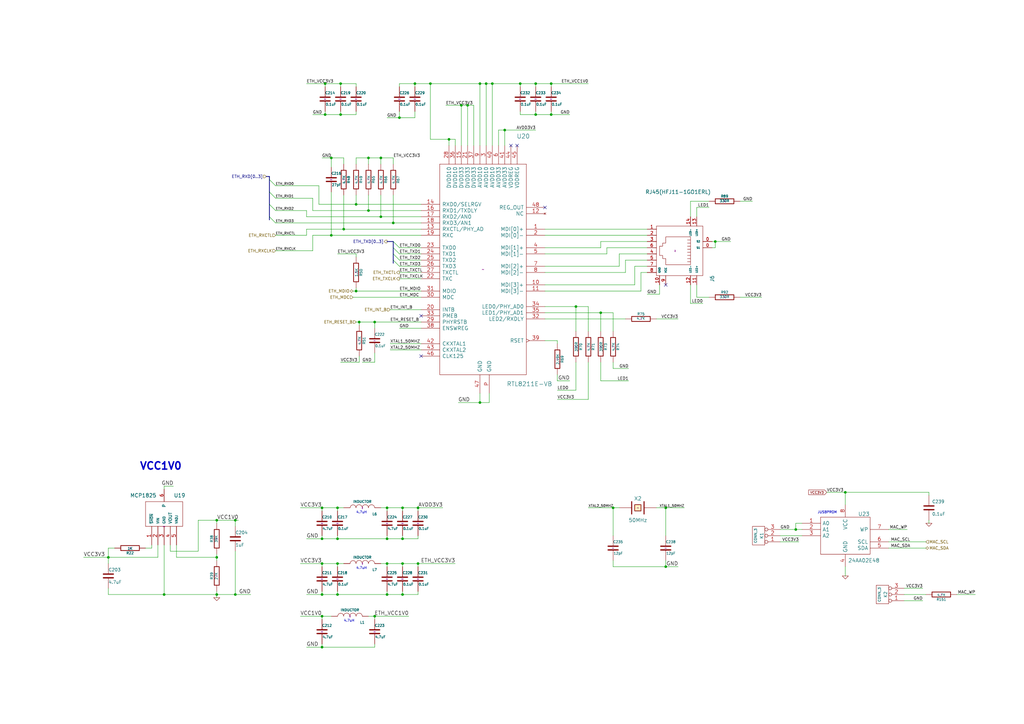
<source format=kicad_sch>
(kicad_sch (version 20250114) (generator "eeschema") (generator_version "9.0")
  (paper "A3")
  (title_block (title "Numato Opsis - Ethernet") (date "11 jan 2016") (rev "Rev2") (company "Numato Lab") (comment 1 "http://opsis.hdmi2usb.tv/") (comment 2 "Designed in collaboration between Numato Lab and TimVideos.us") (comment 3 "License: CC-BY-SA 4.0 International") (comment 4 "$Id: d8b9d241852b4b57e65513525cf0b113ab887a23 $"))
  (lib_symbols
    (symbol "24AA02E48_1" (pin_names (offset 0.762))
      (property "Reference" "U" (at -8.89 -8.89 0))
      (property "Value" "24AA02E48" (at 12.7 10.16 0))
      (symbol "24AA02E48_1_0_0"
        (pin power_in line (at 0 12.7 270) (length 5.0038) (name "VCC") (number "8"))
        (pin power_in line (at 0 -12.7 90) (length 5.0038) (name "GND") (number "4"))
      )
      (symbol "24AA02E48_1_1_1"
        (pin input line (at -17.78 5.08 0) (length 7.62) (name "A0") (number "1"))
        (pin input line (at -17.78 2.54 0) (length 7.62) (name "A1") (number "2"))
        (pin input line (at -17.78 0 0) (length 7.62) (name "A2") (number "3"))
        (pin input line (at 17.78 2.54 180) (length 7.62) (name "WP") (number "7"))
        (pin bidirectional line (at 17.78 -2.54 180) (length 7.62) (name "SCL") (number "6"))
        (pin bidirectional line (at 17.78 -5.08 180) (length 7.62) (name "SDA") (number "5"))
      )
    )
    (symbol "24AA02E48_2" (pin_names (offset 0.762))
      (property "Reference" "U" (at -8.89 -8.89 0))
      (property "Value" "24AA02E48" (at 12.7 10.16 0))
      (symbol "24AA02E48_2_0_0"
        (pin power_in line (at 0 12.7 270) (length 5.0038) (name "VCC") (number "8"))
        (pin power_in line (at 0 -12.7 90) (length 5.0038) (name "GND") (number "4"))
      )
      (symbol "24AA02E48_2_1_1"
        (pin input line (at -17.78 5.08 0) (length 7.62) (name "A0") (number "1"))
        (pin input line (at -17.78 2.54 0) (length 7.62) (name "A1") (number "2"))
        (pin input line (at -17.78 0 0) (length 7.62) (name "A2") (number "3"))
        (pin input line (at 17.78 2.54 180) (length 7.62) (name "WP") (number "7"))
        (pin bidirectional line (at 17.78 -2.54 180) (length 7.62) (name "SCL") (number "6"))
        (pin bidirectional line (at 17.78 -5.08 180) (length 7.62) (name "SDA") (number "5"))
      )
    )
    (symbol "CONN_3_1" (pin_names (offset 1.016) (hide yes))
      (property "Reference" "K" (at -1.27 0 90))
      (property "Value" "CONN_3" (at 1.27 0 90))
      (symbol "CONN_3_1_1_1"
        (pin passive inverted (at -8.89 2.54 0) (length 6.35) (name "P1") (number "1"))
        (pin passive inverted (at -8.89 0 0) (length 6.35) (name "PM") (number "2"))
        (pin passive inverted (at -8.89 -2.54 0) (length 6.35) (name "P3") (number "3"))
      )
    )
    (symbol "CONN_3_2" (pin_names (offset 1.016) (hide yes))
      (property "Reference" "K" (at -1.27 0 90))
      (property "Value" "CONN_3" (at 1.27 0 90))
      (symbol "CONN_3_2_1_1"
        (pin passive inverted (at -8.89 2.54 0) (length 6.35) (name "P1") (number "1"))
        (pin passive inverted (at -8.89 0 0) (length 6.35) (name "PM") (number "2"))
        (pin passive inverted (at -8.89 -2.54 0) (length 6.35) (name "P3") (number "3"))
      )
    )
    (symbol "CONN_3_3" (pin_names (offset 1.016) (hide yes))
      (property "Reference" "K" (at -1.27 0 90))
      (property "Value" "CONN_3" (at 1.27 0 90))
      (symbol "CONN_3_3_1_1"
        (pin passive inverted (at -8.89 2.54 0) (length 6.35) (name "P1") (number "1"))
        (pin passive inverted (at -8.89 0 0) (length 6.35) (name "PM") (number "2"))
        (pin passive inverted (at -8.89 -2.54 0) (length 6.35) (name "P3") (number "3"))
      )
    )
    (symbol "CONN_3_4" (pin_names (offset 1.016) (hide yes))
      (property "Reference" "K" (at -1.27 0 90))
      (property "Value" "CONN_3" (at 1.27 0 90))
      (symbol "CONN_3_4_1_1"
        (pin passive inverted (at -8.89 2.54 0) (length 6.35) (name "P1") (number "1"))
        (pin passive inverted (at -8.89 0 0) (length 6.35) (name "PM") (number "2"))
        (pin passive inverted (at -8.89 -2.54 0) (length 6.35) (name "P3") (number "3"))
      )
    )
    (symbol "CRYSTAL_1" (pin_numbers (hide yes)) (pin_names (offset 1.016) (hide yes))
      (property "Reference" "X" (at 0 3.81 0))
      (property "Value" "CRYSTAL" (at 0 -3.81 0))
      (symbol "CRYSTAL_1_1_1"
        (pin passive line (at -7.62 0 0) (length 5.08) (name "1") (number "1"))
        (pin passive line (at 7.62 0 180) (length 5.08) (name "2") (number "2"))
      )
    )
    (symbol "CRYSTAL_2" (pin_numbers (hide yes)) (pin_names (offset 1.016) (hide yes))
      (property "Reference" "X" (at 0 3.81 0))
      (property "Value" "CRYSTAL" (at 0 -3.81 0))
      (symbol "CRYSTAL_2_1_1"
        (pin passive line (at -7.62 0 0) (length 5.08) (name "1") (number "1"))
        (pin passive line (at 7.62 0 180) (length 5.08) (name "2") (number "2"))
      )
    )
    (symbol "C_1" (pin_numbers (hide yes)) (pin_names (offset 0.254))
      (property "Reference" "C" (at 0 2.54 0))
      (property "Value" "C" (at 0.1524 -2.159 0))
      (symbol "C_1_1_1"
        (pin passive line (at 0 5.08 270) (length 4.318) (name "~") (number "1"))
        (pin passive line (at 0 -5.08 90) (length 4.318) (name "~") (number "2"))
      )
    )
    (symbol "C_10" (pin_numbers (hide yes)) (pin_names (offset 0.254))
      (property "Reference" "C" (at 0 2.54 0))
      (property "Value" "C" (at 0.1524 -2.159 0))
      (symbol "C_10_1_1"
        (pin passive line (at 0 5.08 270) (length 4.318) (name "~") (number "1"))
        (pin passive line (at 0 -5.08 90) (length 4.318) (name "~") (number "2"))
      )
    )
    (symbol "C_11" (pin_numbers (hide yes)) (pin_names (offset 0.254))
      (property "Reference" "C" (at 0 2.54 0))
      (property "Value" "C" (at 0.1524 -2.159 0))
      (symbol "C_11_1_1"
        (pin passive line (at 0 5.08 270) (length 4.318) (name "~") (number "1"))
        (pin passive line (at 0 -5.08 90) (length 4.318) (name "~") (number "2"))
      )
    )
    (symbol "C_12" (pin_numbers (hide yes)) (pin_names (offset 0.254))
      (property "Reference" "C" (at 0 2.54 0))
      (property "Value" "C" (at 0.1524 -2.159 0))
      (symbol "C_12_1_1"
        (pin passive line (at 0 5.08 270) (length 4.318) (name "~") (number "1"))
        (pin passive line (at 0 -5.08 90) (length 4.318) (name "~") (number "2"))
      )
    )
    (symbol "C_13" (pin_numbers (hide yes)) (pin_names (offset 0.254))
      (property "Reference" "C" (at 0 2.54 0))
      (property "Value" "C" (at 0.1524 -2.159 0))
      (symbol "C_13_1_1"
        (pin passive line (at 0 5.08 270) (length 4.318) (name "~") (number "1"))
        (pin passive line (at 0 -5.08 90) (length 4.318) (name "~") (number "2"))
      )
    )
    (symbol "C_14" (pin_numbers (hide yes)) (pin_names (offset 0.254))
      (property "Reference" "C" (at 0 2.54 0))
      (property "Value" "C" (at 0.1524 -2.159 0))
      (symbol "C_14_1_1"
        (pin passive line (at 0 5.08 270) (length 4.318) (name "~") (number "1"))
        (pin passive line (at 0 -5.08 90) (length 4.318) (name "~") (number "2"))
      )
    )
    (symbol "C_15" (pin_numbers (hide yes)) (pin_names (offset 0.254))
      (property "Reference" "C" (at 0 2.54 0))
      (property "Value" "C" (at 0.1524 -2.159 0))
      (symbol "C_15_1_1"
        (pin passive line (at 0 5.08 270) (length 4.318) (name "~") (number "1"))
        (pin passive line (at 0 -5.08 90) (length 4.318) (name "~") (number "2"))
      )
    )
    (symbol "C_16" (pin_numbers (hide yes)) (pin_names (offset 0.254))
      (property "Reference" "C" (at 0 2.54 0))
      (property "Value" "C" (at 0.1524 -2.159 0))
      (symbol "C_16_1_1"
        (pin passive line (at 0 5.08 270) (length 4.318) (name "~") (number "1"))
        (pin passive line (at 0 -5.08 90) (length 4.318) (name "~") (number "2"))
      )
    )
    (symbol "C_17" (pin_numbers (hide yes)) (pin_names (offset 0.254))
      (property "Reference" "C" (at 0 2.54 0))
      (property "Value" "C" (at 0.1524 -2.159 0))
      (symbol "C_17_1_1"
        (pin passive line (at 0 5.08 270) (length 4.318) (name "~") (number "1"))
        (pin passive line (at 0 -5.08 90) (length 4.318) (name "~") (number "2"))
      )
    )
    (symbol "C_18" (pin_numbers (hide yes)) (pin_names (offset 0.254))
      (property "Reference" "C" (at 0 2.54 0))
      (property "Value" "C" (at 0.1524 -2.159 0))
      (symbol "C_18_1_1"
        (pin passive line (at 0 5.08 270) (length 4.318) (name "~") (number "1"))
        (pin passive line (at 0 -5.08 90) (length 4.318) (name "~") (number "2"))
      )
    )
    (symbol "C_19" (pin_numbers (hide yes)) (pin_names (offset 0.254))
      (property "Reference" "C" (at 0 2.54 0))
      (property "Value" "C" (at 0.1524 -2.159 0))
      (symbol "C_19_1_1"
        (pin passive line (at 0 5.08 270) (length 4.318) (name "~") (number "1"))
        (pin passive line (at 0 -5.08 90) (length 4.318) (name "~") (number "2"))
      )
    )
    (symbol "C_2" (pin_numbers (hide yes)) (pin_names (offset 0.254))
      (property "Reference" "C" (at 0 2.54 0))
      (property "Value" "C" (at 0.1524 -2.159 0))
      (symbol "C_2_1_1"
        (pin passive line (at 0 5.08 270) (length 4.318) (name "~") (number "1"))
        (pin passive line (at 0 -5.08 90) (length 4.318) (name "~") (number "2"))
      )
    )
    (symbol "C_20" (pin_numbers (hide yes)) (pin_names (offset 0.254))
      (property "Reference" "C" (at 0 2.54 0))
      (property "Value" "C" (at 0.1524 -2.159 0))
      (symbol "C_20_1_1"
        (pin passive line (at 0 5.08 270) (length 4.318) (name "~") (number "1"))
        (pin passive line (at 0 -5.08 90) (length 4.318) (name "~") (number "2"))
      )
    )
    (symbol "C_21" (pin_numbers (hide yes)) (pin_names (offset 0.254))
      (property "Reference" "C" (at 0 2.54 0))
      (property "Value" "C" (at 0.1524 -2.159 0))
      (symbol "C_21_1_1"
        (pin passive line (at 0 5.08 270) (length 4.318) (name "~") (number "1"))
        (pin passive line (at 0 -5.08 90) (length 4.318) (name "~") (number "2"))
      )
    )
    (symbol "C_22" (pin_numbers (hide yes)) (pin_names (offset 0.254))
      (property "Reference" "C" (at 0 2.54 0))
      (property "Value" "C" (at 0.1524 -2.159 0))
      (symbol "C_22_1_1"
        (pin passive line (at 0 5.08 270) (length 4.318) (name "~") (number "1"))
        (pin passive line (at 0 -5.08 90) (length 4.318) (name "~") (number "2"))
      )
    )
    (symbol "C_23" (pin_numbers (hide yes)) (pin_names (offset 0.254))
      (property "Reference" "C" (at 0 2.54 0))
      (property "Value" "C" (at 0.1524 -2.159 0))
      (symbol "C_23_1_1"
        (pin passive line (at 0 5.08 270) (length 4.318) (name "~") (number "1"))
        (pin passive line (at 0 -5.08 90) (length 4.318) (name "~") (number "2"))
      )
    )
    (symbol "C_24" (pin_numbers (hide yes)) (pin_names (offset 0.254))
      (property "Reference" "C" (at 0 2.54 0))
      (property "Value" "C" (at 0.1524 -2.159 0))
      (symbol "C_24_1_1"
        (pin passive line (at 0 5.08 270) (length 4.318) (name "~") (number "1"))
        (pin passive line (at 0 -5.08 90) (length 4.318) (name "~") (number "2"))
      )
    )
    (symbol "C_25" (pin_numbers (hide yes)) (pin_names (offset 0.254))
      (property "Reference" "C" (at 0 2.54 0))
      (property "Value" "C" (at 0.1524 -2.159 0))
      (symbol "C_25_1_1"
        (pin passive line (at 0 5.08 270) (length 4.318) (name "~") (number "1"))
        (pin passive line (at 0 -5.08 90) (length 4.318) (name "~") (number "2"))
      )
    )
    (symbol "C_26" (pin_numbers (hide yes)) (pin_names (offset 0.254))
      (property "Reference" "C" (at 0 2.54 0))
      (property "Value" "C" (at 0.1524 -2.159 0))
      (symbol "C_26_1_1"
        (pin passive line (at 0 5.08 270) (length 4.318) (name "~") (number "1"))
        (pin passive line (at 0 -5.08 90) (length 4.318) (name "~") (number "2"))
      )
    )
    (symbol "C_27" (pin_numbers (hide yes)) (pin_names (offset 0.254))
      (property "Reference" "C" (at 0 2.54 0))
      (property "Value" "C" (at 0.1524 -2.159 0))
      (symbol "C_27_1_1"
        (pin passive line (at 0 5.08 270) (length 4.318) (name "~") (number "1"))
        (pin passive line (at 0 -5.08 90) (length 4.318) (name "~") (number "2"))
      )
    )
    (symbol "C_28" (pin_numbers (hide yes)) (pin_names (offset 0.254))
      (property "Reference" "C" (at 0 2.54 0))
      (property "Value" "C" (at 0.1524 -2.159 0))
      (symbol "C_28_1_1"
        (pin passive line (at 0 5.08 270) (length 4.318) (name "~") (number "1"))
        (pin passive line (at 0 -5.08 90) (length 4.318) (name "~") (number "2"))
      )
    )
    (symbol "C_29" (pin_numbers (hide yes)) (pin_names (offset 0.254))
      (property "Reference" "C" (at 0 2.54 0))
      (property "Value" "C" (at 0.1524 -2.159 0))
      (symbol "C_29_1_1"
        (pin passive line (at 0 5.08 270) (length 4.318) (name "~") (number "1"))
        (pin passive line (at 0 -5.08 90) (length 4.318) (name "~") (number "2"))
      )
    )
    (symbol "C_3" (pin_numbers (hide yes)) (pin_names (offset 0.254))
      (property "Reference" "C" (at 0 2.54 0))
      (property "Value" "C" (at 0.1524 -2.159 0))
      (symbol "C_3_1_1"
        (pin passive line (at 0 5.08 270) (length 4.318) (name "~") (number "1"))
        (pin passive line (at 0 -5.08 90) (length 4.318) (name "~") (number "2"))
      )
    )
    (symbol "C_30" (pin_numbers (hide yes)) (pin_names (offset 0.254))
      (property "Reference" "C" (at 0 2.54 0))
      (property "Value" "C" (at 0.1524 -2.159 0))
      (symbol "C_30_1_1"
        (pin passive line (at 0 5.08 270) (length 4.318) (name "~") (number "1"))
        (pin passive line (at 0 -5.08 90) (length 4.318) (name "~") (number "2"))
      )
    )
    (symbol "C_31" (pin_numbers (hide yes)) (pin_names (offset 0.254))
      (property "Reference" "C" (at 0 2.54 0))
      (property "Value" "C" (at 0.1524 -2.159 0))
      (symbol "C_31_1_1"
        (pin passive line (at 0 5.08 270) (length 4.318) (name "~") (number "1"))
        (pin passive line (at 0 -5.08 90) (length 4.318) (name "~") (number "2"))
      )
    )
    (symbol "C_32" (pin_numbers (hide yes)) (pin_names (offset 0.254))
      (property "Reference" "C" (at 0 2.54 0))
      (property "Value" "C" (at 0.1524 -2.159 0))
      (symbol "C_32_1_1"
        (pin passive line (at 0 5.08 270) (length 4.318) (name "~") (number "1"))
        (pin passive line (at 0 -5.08 90) (length 4.318) (name "~") (number "2"))
      )
    )
    (symbol "C_33" (pin_numbers (hide yes)) (pin_names (offset 0.254))
      (property "Reference" "C" (at 0 2.54 0))
      (property "Value" "C" (at 0.1524 -2.159 0))
      (symbol "C_33_1_1"
        (pin passive line (at 0 5.08 270) (length 4.318) (name "~") (number "1"))
        (pin passive line (at 0 -5.08 90) (length 4.318) (name "~") (number "2"))
      )
    )
    (symbol "C_34" (pin_numbers (hide yes)) (pin_names (offset 0.254))
      (property "Reference" "C" (at 0 2.54 0))
      (property "Value" "C" (at 0.1524 -2.159 0))
      (symbol "C_34_1_1"
        (pin passive line (at 0 5.08 270) (length 4.318) (name "~") (number "1"))
        (pin passive line (at 0 -5.08 90) (length 4.318) (name "~") (number "2"))
      )
    )
    (symbol "C_35" (pin_numbers (hide yes)) (pin_names (offset 0.254))
      (property "Reference" "C" (at 0 2.54 0))
      (property "Value" "C" (at 0.1524 -2.159 0))
      (symbol "C_35_1_1"
        (pin passive line (at 0 5.08 270) (length 4.318) (name "~") (number "1"))
        (pin passive line (at 0 -5.08 90) (length 4.318) (name "~") (number "2"))
      )
    )
    (symbol "C_36" (pin_numbers (hide yes)) (pin_names (offset 0.254))
      (property "Reference" "C" (at 0 2.54 0))
      (property "Value" "C" (at 0.1524 -2.159 0))
      (symbol "C_36_1_1"
        (pin passive line (at 0 5.08 270) (length 4.318) (name "~") (number "1"))
        (pin passive line (at 0 -5.08 90) (length 4.318) (name "~") (number "2"))
      )
    )
    (symbol "C_37" (pin_numbers (hide yes)) (pin_names (offset 0.254))
      (property "Reference" "C" (at 0 2.54 0))
      (property "Value" "C" (at 0.1524 -2.159 0))
      (symbol "C_37_1_1"
        (pin passive line (at 0 5.08 270) (length 4.318) (name "~") (number "1"))
        (pin passive line (at 0 -5.08 90) (length 4.318) (name "~") (number "2"))
      )
    )
    (symbol "C_38" (pin_numbers (hide yes)) (pin_names (offset 0.254))
      (property "Reference" "C" (at 0 2.54 0))
      (property "Value" "C" (at 0.1524 -2.159 0))
      (symbol "C_38_1_1"
        (pin passive line (at 0 5.08 270) (length 4.318) (name "~") (number "1"))
        (pin passive line (at 0 -5.08 90) (length 4.318) (name "~") (number "2"))
      )
    )
    (symbol "C_39" (pin_numbers (hide yes)) (pin_names (offset 0.254))
      (property "Reference" "C" (at 0 2.54 0))
      (property "Value" "C" (at 0.1524 -2.159 0))
      (symbol "C_39_1_1"
        (pin passive line (at 0 5.08 270) (length 4.318) (name "~") (number "1"))
        (pin passive line (at 0 -5.08 90) (length 4.318) (name "~") (number "2"))
      )
    )
    (symbol "C_4" (pin_numbers (hide yes)) (pin_names (offset 0.254))
      (property "Reference" "C" (at 0 2.54 0))
      (property "Value" "C" (at 0.1524 -2.159 0))
      (symbol "C_4_1_1"
        (pin passive line (at 0 5.08 270) (length 4.318) (name "~") (number "1"))
        (pin passive line (at 0 -5.08 90) (length 4.318) (name "~") (number "2"))
      )
    )
    (symbol "C_40" (pin_numbers (hide yes)) (pin_names (offset 0.254))
      (property "Reference" "C" (at 0 2.54 0))
      (property "Value" "C" (at 0.1524 -2.159 0))
      (symbol "C_40_1_1"
        (pin passive line (at 0 5.08 270) (length 4.318) (name "~") (number "1"))
        (pin passive line (at 0 -5.08 90) (length 4.318) (name "~") (number "2"))
      )
    )
    (symbol "C_41" (pin_numbers (hide yes)) (pin_names (offset 0.254))
      (property "Reference" "C" (at 0 2.54 0))
      (property "Value" "C" (at 0.1524 -2.159 0))
      (symbol "C_41_1_1"
        (pin passive line (at 0 5.08 270) (length 4.318) (name "~") (number "1"))
        (pin passive line (at 0 -5.08 90) (length 4.318) (name "~") (number "2"))
      )
    )
    (symbol "C_42" (pin_numbers (hide yes)) (pin_names (offset 0.254))
      (property "Reference" "C" (at 0 2.54 0))
      (property "Value" "C" (at 0.1524 -2.159 0))
      (symbol "C_42_1_1"
        (pin passive line (at 0 5.08 270) (length 4.318) (name "~") (number "1"))
        (pin passive line (at 0 -5.08 90) (length 4.318) (name "~") (number "2"))
      )
    )
    (symbol "C_43" (pin_numbers (hide yes)) (pin_names (offset 0.254))
      (property "Reference" "C" (at 0 2.54 0))
      (property "Value" "C" (at 0.1524 -2.159 0))
      (symbol "C_43_1_1"
        (pin passive line (at 0 5.08 270) (length 4.318) (name "~") (number "1"))
        (pin passive line (at 0 -5.08 90) (length 4.318) (name "~") (number "2"))
      )
    )
    (symbol "C_44" (pin_numbers (hide yes)) (pin_names (offset 0.254))
      (property "Reference" "C" (at 0 2.54 0))
      (property "Value" "C" (at 0.1524 -2.159 0))
      (symbol "C_44_1_1"
        (pin passive line (at 0 5.08 270) (length 4.318) (name "~") (number "1"))
        (pin passive line (at 0 -5.08 90) (length 4.318) (name "~") (number "2"))
      )
    )
    (symbol "C_45" (pin_numbers (hide yes)) (pin_names (offset 0.254))
      (property "Reference" "C" (at 0 2.54 0))
      (property "Value" "C" (at 0.1524 -2.159 0))
      (symbol "C_45_1_1"
        (pin passive line (at 0 5.08 270) (length 4.318) (name "~") (number "1"))
        (pin passive line (at 0 -5.08 90) (length 4.318) (name "~") (number "2"))
      )
    )
    (symbol "C_46" (pin_numbers (hide yes)) (pin_names (offset 0.254))
      (property "Reference" "C" (at 0 2.54 0))
      (property "Value" "C" (at 0.1524 -2.159 0))
      (symbol "C_46_1_1"
        (pin passive line (at 0 5.08 270) (length 4.318) (name "~") (number "1"))
        (pin passive line (at 0 -5.08 90) (length 4.318) (name "~") (number "2"))
      )
    )
    (symbol "C_47" (pin_numbers (hide yes)) (pin_names (offset 0.254))
      (property "Reference" "C" (at 0 2.54 0))
      (property "Value" "C" (at 0.1524 -2.159 0))
      (symbol "C_47_1_1"
        (pin passive line (at 0 5.08 270) (length 4.318) (name "~") (number "1"))
        (pin passive line (at 0 -5.08 90) (length 4.318) (name "~") (number "2"))
      )
    )
    (symbol "C_48" (pin_numbers (hide yes)) (pin_names (offset 0.254))
      (property "Reference" "C" (at 0 2.54 0))
      (property "Value" "C" (at 0.1524 -2.159 0))
      (symbol "C_48_1_1"
        (pin passive line (at 0 5.08 270) (length 4.318) (name "~") (number "1"))
        (pin passive line (at 0 -5.08 90) (length 4.318) (name "~") (number "2"))
      )
    )
    (symbol "C_49" (pin_numbers (hide yes)) (pin_names (offset 0.254))
      (property "Reference" "C" (at 0 2.54 0))
      (property "Value" "C" (at 0.1524 -2.159 0))
      (symbol "C_49_1_1"
        (pin passive line (at 0 5.08 270) (length 4.318) (name "~") (number "1"))
        (pin passive line (at 0 -5.08 90) (length 4.318) (name "~") (number "2"))
      )
    )
    (symbol "C_5" (pin_numbers (hide yes)) (pin_names (offset 0.254))
      (property "Reference" "C" (at 0 2.54 0))
      (property "Value" "C" (at 0.1524 -2.159 0))
      (symbol "C_5_1_1"
        (pin passive line (at 0 5.08 270) (length 4.318) (name "~") (number "1"))
        (pin passive line (at 0 -5.08 90) (length 4.318) (name "~") (number "2"))
      )
    )
    (symbol "C_50" (pin_numbers (hide yes)) (pin_names (offset 0.254))
      (property "Reference" "C" (at 0 2.54 0))
      (property "Value" "C" (at 0.1524 -2.159 0))
      (symbol "C_50_1_1"
        (pin passive line (at 0 5.08 270) (length 4.318) (name "~") (number "1"))
        (pin passive line (at 0 -5.08 90) (length 4.318) (name "~") (number "2"))
      )
    )
    (symbol "C_51" (pin_numbers (hide yes)) (pin_names (offset 0.254))
      (property "Reference" "C" (at 0 2.54 0))
      (property "Value" "C" (at 0.1524 -2.159 0))
      (symbol "C_51_1_1"
        (pin passive line (at 0 5.08 270) (length 4.318) (name "~") (number "1"))
        (pin passive line (at 0 -5.08 90) (length 4.318) (name "~") (number "2"))
      )
    )
    (symbol "C_52" (pin_numbers (hide yes)) (pin_names (offset 0.254))
      (property "Reference" "C" (at 0 2.54 0))
      (property "Value" "C" (at 0.1524 -2.159 0))
      (symbol "C_52_1_1"
        (pin passive line (at 0 5.08 270) (length 4.318) (name "~") (number "1"))
        (pin passive line (at 0 -5.08 90) (length 4.318) (name "~") (number "2"))
      )
    )
    (symbol "C_53" (pin_numbers (hide yes)) (pin_names (offset 0.254))
      (property "Reference" "C" (at 0 2.54 0))
      (property "Value" "C" (at 0.1524 -2.159 0))
      (symbol "C_53_1_1"
        (pin passive line (at 0 5.08 270) (length 4.318) (name "~") (number "1"))
        (pin passive line (at 0 -5.08 90) (length 4.318) (name "~") (number "2"))
      )
    )
    (symbol "C_54" (pin_numbers (hide yes)) (pin_names (offset 0.254))
      (property "Reference" "C" (at 0 2.54 0))
      (property "Value" "C" (at 0.1524 -2.159 0))
      (symbol "C_54_1_1"
        (pin passive line (at 0 5.08 270) (length 4.318) (name "~") (number "1"))
        (pin passive line (at 0 -5.08 90) (length 4.318) (name "~") (number "2"))
      )
    )
    (symbol "C_6" (pin_numbers (hide yes)) (pin_names (offset 0.254))
      (property "Reference" "C" (at 0 2.54 0))
      (property "Value" "C" (at 0.1524 -2.159 0))
      (symbol "C_6_1_1"
        (pin passive line (at 0 5.08 270) (length 4.318) (name "~") (number "1"))
        (pin passive line (at 0 -5.08 90) (length 4.318) (name "~") (number "2"))
      )
    )
    (symbol "C_7" (pin_numbers (hide yes)) (pin_names (offset 0.254))
      (property "Reference" "C" (at 0 2.54 0))
      (property "Value" "C" (at 0.1524 -2.159 0))
      (symbol "C_7_1_1"
        (pin passive line (at 0 5.08 270) (length 4.318) (name "~") (number "1"))
        (pin passive line (at 0 -5.08 90) (length 4.318) (name "~") (number "2"))
      )
    )
    (symbol "C_8" (pin_numbers (hide yes)) (pin_names (offset 0.254))
      (property "Reference" "C" (at 0 2.54 0))
      (property "Value" "C" (at 0.1524 -2.159 0))
      (symbol "C_8_1_1"
        (pin passive line (at 0 5.08 270) (length 4.318) (name "~") (number "1"))
        (pin passive line (at 0 -5.08 90) (length 4.318) (name "~") (number "2"))
      )
    )
    (symbol "C_9" (pin_numbers (hide yes)) (pin_names (offset 0.254))
      (property "Reference" "C" (at 0 2.54 0))
      (property "Value" "C" (at 0.1524 -2.159 0))
      (symbol "C_9_1_1"
        (pin passive line (at 0 5.08 270) (length 4.318) (name "~") (number "1"))
        (pin passive line (at 0 -5.08 90) (length 4.318) (name "~") (number "2"))
      )
    )
    (symbol "GND_1" (power) (pin_names (offset 0))
      (symbol "GND_1_1_1"
        (pin power_in line (at 0 0 90) (length 0) (hide yes) (name "GND") (number "1"))
      )
    )
    (symbol "GND_2" (power) (pin_names (offset 0))
      (symbol "GND_2_1_1"
        (pin power_in line (at 0 0 90) (length 0) (hide yes) (name "GND") (number "1"))
      )
    )
    (symbol "GND_3" (power) (pin_names (offset 0))
      (symbol "GND_3_1_1"
        (pin power_in line (at 0 0 90) (length 0) (hide yes) (name "GND") (number "1"))
      )
    )
    (symbol "GND_4" (power) (pin_names (offset 0))
      (symbol "GND_4_1_1"
        (pin power_in line (at 0 0 90) (length 0) (hide yes) (name "GND") (number "1"))
      )
    )
    (symbol "GND_5" (power) (pin_names (offset 0))
      (symbol "GND_5_1_1"
        (pin power_in line (at 0 0 90) (length 0) (hide yes) (name "GND") (number "1"))
      )
    )
    (symbol "GND_6" (power) (pin_names (offset 0))
      (symbol "GND_6_1_1"
        (pin power_in line (at 0 0 90) (length 0) (hide yes) (name "GND") (number "1"))
      )
    )
    (symbol "INDUCTOR_1" (pin_numbers (hide yes)) (pin_names (offset 1.016) (hide yes))
      (property "Reference" "L" (at -1.27 0 90))
      (property "Value" "INDUCTOR" (at 2.54 0 90))
      (symbol "INDUCTOR_1_1_1"
        (pin passive line (at 0 7.62 270) (length 2.54) (name "1") (number "1"))
        (pin passive line (at 0 -7.62 90) (length 2.54) (name "2") (number "2"))
      )
    )
    (symbol "INDUCTOR_2" (pin_numbers (hide yes)) (pin_names (offset 1.016) (hide yes))
      (property "Reference" "L" (at -1.27 0 90))
      (property "Value" "INDUCTOR" (at 2.54 0 90))
      (symbol "INDUCTOR_2_1_1"
        (pin passive line (at 0 7.62 270) (length 2.54) (name "1") (number "1"))
        (pin passive line (at 0 -7.62 90) (length 2.54) (name "2") (number "2"))
      )
    )
    (symbol "INDUCTOR_3" (pin_numbers (hide yes)) (pin_names (offset 1.016) (hide yes))
      (property "Reference" "L" (at -1.27 0 90))
      (property "Value" "INDUCTOR" (at 2.54 0 90))
      (symbol "INDUCTOR_3_1_1"
        (pin passive line (at 0 7.62 270) (length 2.54) (name "1") (number "1"))
        (pin passive line (at 0 -7.62 90) (length 2.54) (name "2") (number "2"))
      )
    )
    (symbol "INDUCTOR_4" (pin_numbers (hide yes)) (pin_names (offset 1.016) (hide yes))
      (property "Reference" "L" (at -1.27 0 90))
      (property "Value" "INDUCTOR" (at 2.54 0 90))
      (symbol "INDUCTOR_4_1_1"
        (pin passive line (at 0 7.62 270) (length 2.54) (name "1") (number "1"))
        (pin passive line (at 0 -7.62 90) (length 2.54) (name "2") (number "2"))
      )
    )
    (symbol "INDUCTOR_5" (pin_numbers (hide yes)) (pin_names (offset 1.016) (hide yes))
      (property "Reference" "L" (at -1.27 0 90))
      (property "Value" "INDUCTOR" (at 2.54 0 90))
      (symbol "INDUCTOR_5_1_1"
        (pin passive line (at 0 7.62 270) (length 2.54) (name "1") (number "1"))
        (pin passive line (at 0 -7.62 90) (length 2.54) (name "2") (number "2"))
      )
    )
    (symbol "INDUCTOR_6" (pin_numbers (hide yes)) (pin_names (offset 1.016) (hide yes))
      (property "Reference" "L" (at -1.27 0 90))
      (property "Value" "INDUCTOR" (at 2.54 0 90))
      (symbol "INDUCTOR_6_1_1"
        (pin passive line (at 0 7.62 270) (length 2.54) (name "1") (number "1"))
        (pin passive line (at 0 -7.62 90) (length 2.54) (name "2") (number "2"))
      )
    )
    (symbol "MCP1825_1" (pin_names (offset 1.016))
      (property "Reference" "U" (at 6.35 12.7 0))
      (property "Value" "MCP1825" (at 3.81 -10.16 0))
      (symbol "MCP1825_1_1_1"
        (pin input line (at -5.08 -7.62 90) (length 7.5946) (name "~{SHDN}") (number "1"))
        (pin input line (at -2.54 -7.62 90) (length 7.5946) (name "VIN") (number "2"))
        (pin power_in line (at 0 15.24 270) (length 5.0038) (name "P") (number "6"))
        (pin power_in line (at 0 -7.62 90) (length 7.5946) (name "GND") (number "3"))
        (pin power_out line (at 2.54 -7.62 90) (length 7.5946) (name "VOUT") (number "4"))
        (pin input line (at 5.08 -7.62 90) (length 7.5946) (name "VADJ") (number "5"))
      )
    )
    (symbol "MCP1825_2" (pin_names (offset 1.016))
      (property "Reference" "U" (at 6.35 12.7 0))
      (property "Value" "MCP1825" (at 3.81 -10.16 0))
      (symbol "MCP1825_2_1_1"
        (pin input line (at -5.08 -7.62 90) (length 7.5946) (name "~{SHDN}") (number "1"))
        (pin input line (at -2.54 -7.62 90) (length 7.5946) (name "VIN") (number "2"))
        (pin power_in line (at 0 15.24 270) (length 5.0038) (name "P") (number "6"))
        (pin power_in line (at 0 -7.62 90) (length 7.5946) (name "GND") (number "3"))
        (pin power_out line (at 2.54 -7.62 90) (length 7.5946) (name "VOUT") (number "4"))
        (pin input line (at 5.08 -7.62 90) (length 7.5946) (name "VADJ") (number "5"))
      )
    )
    (symbol "RJ45(HFJ11-1GO1ERL)_1" (pin_names (offset 1.016))
      (property "Reference" "J" (at 11.43 15.24 0))
      (property "Value" "RJ45(HFJ11-1GO1ERL)" (at -3.81 19.05 0))
      (symbol "RJ45(HFJ11-1GO1ERL)_1_1_1"
        (pin input line (at -13.97 8.89 0) (length 3.81) (name "LED+") (number "13"))
        (pin passive line (at -13.97 6.35 0) (length 3.81) (name "LED-") (number "14"))
        (pin passive line (at -8.89 -11.43 90) (length 3.81) (name "~") (number "1"))
        (pin passive line (at -6.35 -11.43 90) (length 3.81) (name "~") (number "2"))
        (pin passive line (at -3.81 15.24 270) (length 3.81) (name "S2") (number "0"))
        (pin passive line (at -3.81 -11.43 90) (length 3.81) (name "~") (number "3"))
        (pin passive line (at -1.27 15.24 270) (length 3.81) (name "S1") (number "0"))
        (pin passive line (at -1.27 -11.43 90) (length 3.81) (name "~") (number "6"))
        (pin passive line (at 1.27 -11.43 90) (length 3.81) (name "~") (number "4"))
        (pin passive line (at 3.81 -11.43 90) (length 3.81) (name "~") (number "5"))
        (pin passive line (at 6.35 -11.43 90) (length 3.81) (name "~") (number "7"))
        (pin passive line (at 8.89 -11.43 90) (length 3.81) (name "~") (number "8"))
        (pin passive line (at 13.97 8.89 180) (length 3.81) (name "LED+") (number "11"))
        (pin input line (at 13.97 6.35 180) (length 3.81) (name "LED-") (number "12"))
        (pin power_in line (at 13.97 -3.81 180) (length 3.81) (name "VCC") (number "9"))
        (pin power_in line (at 13.97 -6.35 180) (length 3.81) (name "GND") (number "10"))
      )
    )
    (symbol "RJ45(HFJ11-1GO1ERL)_2" (pin_names (offset 1.016))
      (property "Reference" "J" (at 11.43 15.24 0))
      (property "Value" "RJ45(HFJ11-1GO1ERL)" (at -3.81 19.05 0))
      (symbol "RJ45(HFJ11-1GO1ERL)_2_1_1"
        (pin input line (at -13.97 8.89 0) (length 3.81) (name "LED+") (number "13"))
        (pin passive line (at -13.97 6.35 0) (length 3.81) (name "LED-") (number "14"))
        (pin passive line (at -8.89 -11.43 90) (length 3.81) (name "~") (number "1"))
        (pin passive line (at -6.35 -11.43 90) (length 3.81) (name "~") (number "2"))
        (pin passive line (at -3.81 15.24 270) (length 3.81) (name "S2") (number "0"))
        (pin passive line (at -3.81 -11.43 90) (length 3.81) (name "~") (number "3"))
        (pin passive line (at -1.27 15.24 270) (length 3.81) (name "S1") (number "0"))
        (pin passive line (at -1.27 -11.43 90) (length 3.81) (name "~") (number "6"))
        (pin passive line (at 1.27 -11.43 90) (length 3.81) (name "~") (number "4"))
        (pin passive line (at 3.81 -11.43 90) (length 3.81) (name "~") (number "5"))
        (pin passive line (at 6.35 -11.43 90) (length 3.81) (name "~") (number "7"))
        (pin passive line (at 8.89 -11.43 90) (length 3.81) (name "~") (number "8"))
        (pin passive line (at 13.97 8.89 180) (length 3.81) (name "LED+") (number "11"))
        (pin input line (at 13.97 6.35 180) (length 3.81) (name "LED-") (number "12"))
        (pin power_in line (at 13.97 -3.81 180) (length 3.81) (name "VCC") (number "9"))
        (pin power_in line (at 13.97 -6.35 180) (length 3.81) (name "GND") (number "10"))
      )
    )
    (symbol "RTL8211E-VL_1" (pin_names (offset 1.016))
      (property "Reference" "U" (at 16.51 54.61 0))
      (property "Value" "RTL8211E-VL" (at 19.05 -46.99 0))
      (symbol "RTL8211E-VL_1_1_1"
        (pin bidirectional line (at -25.4 26.67 0) (length 7.62) (name "RXD0/SELRGV") (number "14"))
        (pin bidirectional line (at -25.4 24.13 0) (length 7.62) (name "RXD1/TXDLY") (number "16"))
        (pin bidirectional line (at -25.4 21.59 0) (length 7.62) (name "RXD2/AN0") (number "17"))
        (pin input line (at -25.4 19.05 0) (length 7.62) (name "RXD3/AN1") (number "18"))
        (pin bidirectional line (at -25.4 16.51 0) (length 7.62) (name "RXCTL/PHY_AD") (number "13"))
        (pin bidirectional line (at -25.4 13.97 0) (length 7.62) (name "RXC") (number "19"))
        (pin output line (at -25.4 8.89 0) (length 7.62) (name "TXD0") (number "23"))
        (pin output line (at -25.4 6.35 0) (length 7.62) (name "TXD1") (number "24"))
        (pin output line (at -25.4 3.81 0) (length 7.62) (name "TXD2") (number "25"))
        (pin output line (at -25.4 1.27 0) (length 7.62) (name "TXD3") (number "26"))
        (pin bidirectional line (at -25.4 -1.27 0) (length 7.62) (name "TXCTL") (number "27"))
        (pin bidirectional line (at -25.4 -3.81 0) (length 7.62) (name "TXC") (number "22"))
        (pin input line (at -25.4 -8.89 0) (length 7.62) (name "MDIO") (number "31"))
        (pin bidirectional line (at -25.4 -11.43 0) (length 7.62) (name "MDC") (number "30"))
        (pin output line (at -25.4 -16.51 0) (length 7.62) (name "INTB") (number "20"))
        (pin output line (at -25.4 -19.05 0) (length 7.62) (name "PMEB") (number "33"))
        (pin input line (at -25.4 -21.59 0) (length 7.62) (name "PHYRSTB") (number "29"))
        (pin input line (at -25.4 -24.13 0) (length 7.62) (name "ENSWREG") (number "38"))
        (pin input line (at -25.4 -30.48 0) (length 7.62) (name "CKXTAL1") (number "42"))
        (pin input line (at -25.4 -33.02 0) (length 7.62) (name "CKXTAL2") (number "43"))
        (pin output line (at -25.4 -35.56 0) (length 7.62) (name "CLK125") (number "46"))
        (pin input line (at -13.97 50.8 270) (length 7.62) (name "DVDD10") (number "28"))
        (pin input line (at -11.43 50.8 270) (length 7.62) (name "DVDD10") (number "36"))
        (pin input line (at -8.89 50.8 270) (length 7.62) (name "DVDD33") (number "15"))
        (pin input line (at -6.35 50.8 270) (length 7.62) (name "DVDD33") (number "21"))
        (pin input line (at -3.81 50.8 270) (length 7.62) (name "DVDD33") (number "37"))
        (pin input line (at -1.27 50.8 270) (length 7.62) (name "AVDD10") (number "9"))
        (pin power_in line (at -1.27 -50.8 90) (length 7.62) (name "GND") (number "47"))
        (pin input line (at 1.27 50.8 270) (length 7.62) (name "AVDD10") (number "3"))
        (pin power_in line (at 2.54 -50.8 90) (length 7.62) (name "GND") (number "P"))
        (pin input line (at 3.81 50.8 270) (length 7.62) (name "AVDD10") (number "40"))
        (pin input line (at 6.35 50.8 270) (length 7.62) (name "AVDD33") (number "6"))
        (pin input line (at 8.89 50.8 270) (length 7.62) (name "AVDD33") (number "41"))
        (pin power_in line (at 11.43 50.8 270) (length 7.62) (name "VDDREG") (number "44"))
        (pin input line (at 13.97 50.8 270) (length 7.62) (name "VDDREG") (number "45"))
        (pin output line (at 25.4 25.4 180) (length 7.62) (name "REG_OUT") (number "48"))
        (pin no_connect line (at 25.4 22.86 180) (length 7.62) (name "NC") (number "12"))
        (pin bidirectional line (at 25.4 16.51 180) (length 7.62) (name "MDI[0]+") (number "1"))
        (pin bidirectional line (at 25.4 13.97 180) (length 7.62) (name "MDI[0]-") (number "2"))
        (pin bidirectional line (at 25.4 8.89 180) (length 7.62) (name "MDI[1]+") (number "4"))
        (pin bidirectional line (at 25.4 6.35 180) (length 7.62) (name "MDI[1]-") (number "5"))
        (pin bidirectional line (at 25.4 1.27 180) (length 7.62) (name "MDI[2]+") (number "7"))
        (pin bidirectional line (at 25.4 -1.27 180) (length 7.62) (name "MDI[2]-") (number "8"))
        (pin bidirectional line (at 25.4 -6.35 180) (length 7.62) (name "MDI[3]+") (number "10"))
        (pin bidirectional line (at 25.4 -8.89 180) (length 7.62) (name "MDI[3]-") (number "11"))
        (pin bidirectional line (at 25.4 -15.24 180) (length 7.62) (name "LED0/PHY_AD0") (number "34"))
        (pin bidirectional line (at 25.4 -17.78 180) (length 7.62) (name "LED1/PHY_AD1") (number "35"))
        (pin bidirectional line (at 25.4 -20.32 180) (length 7.62) (name "LED2/RXDLY") (number "32"))
        (pin output edge_clock_high (at 25.4 -29.21 180) (length 7.62) (name "RSET") (number "39"))
      )
    )
    (symbol "RTL8211E-VL_2" (pin_names (offset 1.016))
      (property "Reference" "U" (at 16.51 54.61 0))
      (property "Value" "RTL8211E-VL" (at 19.05 -46.99 0))
      (symbol "RTL8211E-VL_2_1_1"
        (pin bidirectional line (at -25.4 26.67 0) (length 7.62) (name "RXD0/SELRGV") (number "14"))
        (pin bidirectional line (at -25.4 24.13 0) (length 7.62) (name "RXD1/TXDLY") (number "16"))
        (pin bidirectional line (at -25.4 21.59 0) (length 7.62) (name "RXD2/AN0") (number "17"))
        (pin input line (at -25.4 19.05 0) (length 7.62) (name "RXD3/AN1") (number "18"))
        (pin bidirectional line (at -25.4 16.51 0) (length 7.62) (name "RXCTL/PHY_AD") (number "13"))
        (pin bidirectional line (at -25.4 13.97 0) (length 7.62) (name "RXC") (number "19"))
        (pin output line (at -25.4 8.89 0) (length 7.62) (name "TXD0") (number "23"))
        (pin output line (at -25.4 6.35 0) (length 7.62) (name "TXD1") (number "24"))
        (pin output line (at -25.4 3.81 0) (length 7.62) (name "TXD2") (number "25"))
        (pin output line (at -25.4 1.27 0) (length 7.62) (name "TXD3") (number "26"))
        (pin bidirectional line (at -25.4 -1.27 0) (length 7.62) (name "TXCTL") (number "27"))
        (pin bidirectional line (at -25.4 -3.81 0) (length 7.62) (name "TXC") (number "22"))
        (pin input line (at -25.4 -8.89 0) (length 7.62) (name "MDIO") (number "31"))
        (pin bidirectional line (at -25.4 -11.43 0) (length 7.62) (name "MDC") (number "30"))
        (pin output line (at -25.4 -16.51 0) (length 7.62) (name "INTB") (number "20"))
        (pin output line (at -25.4 -19.05 0) (length 7.62) (name "PMEB") (number "33"))
        (pin input line (at -25.4 -21.59 0) (length 7.62) (name "PHYRSTB") (number "29"))
        (pin input line (at -25.4 -24.13 0) (length 7.62) (name "ENSWREG") (number "38"))
        (pin input line (at -25.4 -30.48 0) (length 7.62) (name "CKXTAL1") (number "42"))
        (pin input line (at -25.4 -33.02 0) (length 7.62) (name "CKXTAL2") (number "43"))
        (pin output line (at -25.4 -35.56 0) (length 7.62) (name "CLK125") (number "46"))
        (pin input line (at -13.97 50.8 270) (length 7.62) (name "DVDD10") (number "28"))
        (pin input line (at -11.43 50.8 270) (length 7.62) (name "DVDD10") (number "36"))
        (pin input line (at -8.89 50.8 270) (length 7.62) (name "DVDD33") (number "15"))
        (pin input line (at -6.35 50.8 270) (length 7.62) (name "DVDD33") (number "21"))
        (pin input line (at -3.81 50.8 270) (length 7.62) (name "DVDD33") (number "37"))
        (pin input line (at -1.27 50.8 270) (length 7.62) (name "AVDD10") (number "9"))
        (pin power_in line (at -1.27 -50.8 90) (length 7.62) (name "GND") (number "47"))
        (pin input line (at 1.27 50.8 270) (length 7.62) (name "AVDD10") (number "3"))
        (pin power_in line (at 2.54 -50.8 90) (length 7.62) (name "GND") (number "P"))
        (pin input line (at 3.81 50.8 270) (length 7.62) (name "AVDD10") (number "40"))
        (pin input line (at 6.35 50.8 270) (length 7.62) (name "AVDD33") (number "6"))
        (pin input line (at 8.89 50.8 270) (length 7.62) (name "AVDD33") (number "41"))
        (pin power_in line (at 11.43 50.8 270) (length 7.62) (name "VDDREG") (number "44"))
        (pin input line (at 13.97 50.8 270) (length 7.62) (name "VDDREG") (number "45"))
        (pin output line (at 25.4 25.4 180) (length 7.62) (name "REG_OUT") (number "48"))
        (pin no_connect line (at 25.4 22.86 180) (length 7.62) (name "NC") (number "12"))
        (pin bidirectional line (at 25.4 16.51 180) (length 7.62) (name "MDI[0]+") (number "1"))
        (pin bidirectional line (at 25.4 13.97 180) (length 7.62) (name "MDI[0]-") (number "2"))
        (pin bidirectional line (at 25.4 8.89 180) (length 7.62) (name "MDI[1]+") (number "4"))
        (pin bidirectional line (at 25.4 6.35 180) (length 7.62) (name "MDI[1]-") (number "5"))
        (pin bidirectional line (at 25.4 1.27 180) (length 7.62) (name "MDI[2]+") (number "7"))
        (pin bidirectional line (at 25.4 -1.27 180) (length 7.62) (name "MDI[2]-") (number "8"))
        (pin bidirectional line (at 25.4 -6.35 180) (length 7.62) (name "MDI[3]+") (number "10"))
        (pin bidirectional line (at 25.4 -8.89 180) (length 7.62) (name "MDI[3]-") (number "11"))
        (pin bidirectional line (at 25.4 -15.24 180) (length 7.62) (name "LED0/PHY_AD0") (number "34"))
        (pin bidirectional line (at 25.4 -17.78 180) (length 7.62) (name "LED1/PHY_AD1") (number "35"))
        (pin bidirectional line (at 25.4 -20.32 180) (length 7.62) (name "LED2/RXDLY") (number "32"))
        (pin output edge_clock_high (at 25.4 -29.21 180) (length 7.62) (name "RSET") (number "39"))
      )
    )
    (symbol "R_1" (pin_numbers (hide yes)) (pin_names (offset 0))
      (property "Reference" "R" (at 2.032 0 90))
      (property "Value" "R" (at 0.1778 0.0254 90))
      (symbol "R_1_1_1"
        (pin passive line (at 0 6.35 270) (length 2.54) (name "~") (number "1"))
        (pin passive line (at 0 -6.35 90) (length 2.54) (name "~") (number "2"))
      )
    )
    (symbol "R_10" (pin_numbers (hide yes)) (pin_names (offset 0))
      (property "Reference" "R" (at 2.032 0 90))
      (property "Value" "R" (at 0.1778 0.0254 90))
      (symbol "R_10_1_1"
        (pin passive line (at 0 6.35 270) (length 2.54) (name "~") (number "1"))
        (pin passive line (at 0 -6.35 90) (length 2.54) (name "~") (number "2"))
      )
    )
    (symbol "R_11" (pin_numbers (hide yes)) (pin_names (offset 0))
      (property "Reference" "R" (at 2.032 0 90))
      (property "Value" "R" (at 0.1778 0.0254 90))
      (symbol "R_11_1_1"
        (pin passive line (at 0 6.35 270) (length 2.54) (name "~") (number "1"))
        (pin passive line (at 0 -6.35 90) (length 2.54) (name "~") (number "2"))
      )
    )
    (symbol "R_12" (pin_numbers (hide yes)) (pin_names (offset 0))
      (property "Reference" "R" (at 2.032 0 90))
      (property "Value" "R" (at 0.1778 0.0254 90))
      (symbol "R_12_1_1"
        (pin passive line (at 0 6.35 270) (length 2.54) (name "~") (number "1"))
        (pin passive line (at 0 -6.35 90) (length 2.54) (name "~") (number "2"))
      )
    )
    (symbol "R_13" (pin_numbers (hide yes)) (pin_names (offset 0))
      (property "Reference" "R" (at 2.032 0 90))
      (property "Value" "R" (at 0.1778 0.0254 90))
      (symbol "R_13_1_1"
        (pin passive line (at 0 6.35 270) (length 2.54) (name "~") (number "1"))
        (pin passive line (at 0 -6.35 90) (length 2.54) (name "~") (number "2"))
      )
    )
    (symbol "R_14" (pin_numbers (hide yes)) (pin_names (offset 0))
      (property "Reference" "R" (at 2.032 0 90))
      (property "Value" "R" (at 0.1778 0.0254 90))
      (symbol "R_14_1_1"
        (pin passive line (at 0 6.35 270) (length 2.54) (name "~") (number "1"))
        (pin passive line (at 0 -6.35 90) (length 2.54) (name "~") (number "2"))
      )
    )
    (symbol "R_15" (pin_numbers (hide yes)) (pin_names (offset 0))
      (property "Reference" "R" (at 2.032 0 90))
      (property "Value" "R" (at 0.1778 0.0254 90))
      (symbol "R_15_1_1"
        (pin passive line (at 0 6.35 270) (length 2.54) (name "~") (number "1"))
        (pin passive line (at 0 -6.35 90) (length 2.54) (name "~") (number "2"))
      )
    )
    (symbol "R_16" (pin_numbers (hide yes)) (pin_names (offset 0))
      (property "Reference" "R" (at 2.032 0 90))
      (property "Value" "R" (at 0.1778 0.0254 90))
      (symbol "R_16_1_1"
        (pin passive line (at 0 6.35 270) (length 2.54) (name "~") (number "1"))
        (pin passive line (at 0 -6.35 90) (length 2.54) (name "~") (number "2"))
      )
    )
    (symbol "R_17" (pin_numbers (hide yes)) (pin_names (offset 0))
      (property "Reference" "R" (at 2.032 0 90))
      (property "Value" "R" (at 0.1778 0.0254 90))
      (symbol "R_17_1_1"
        (pin passive line (at 0 6.35 270) (length 2.54) (name "~") (number "1"))
        (pin passive line (at 0 -6.35 90) (length 2.54) (name "~") (number "2"))
      )
    )
    (symbol "R_18" (pin_numbers (hide yes)) (pin_names (offset 0))
      (property "Reference" "R" (at 2.032 0 90))
      (property "Value" "R" (at 0.1778 0.0254 90))
      (symbol "R_18_1_1"
        (pin passive line (at 0 6.35 270) (length 2.54) (name "~") (number "1"))
        (pin passive line (at 0 -6.35 90) (length 2.54) (name "~") (number "2"))
      )
    )
    (symbol "R_19" (pin_numbers (hide yes)) (pin_names (offset 0))
      (property "Reference" "R" (at 2.032 0 90))
      (property "Value" "R" (at 0.1778 0.0254 90))
      (symbol "R_19_1_1"
        (pin passive line (at 0 6.35 270) (length 2.54) (name "~") (number "1"))
        (pin passive line (at 0 -6.35 90) (length 2.54) (name "~") (number "2"))
      )
    )
    (symbol "R_2" (pin_numbers (hide yes)) (pin_names (offset 0))
      (property "Reference" "R" (at 2.032 0 90))
      (property "Value" "R" (at 0.1778 0.0254 90))
      (symbol "R_2_1_1"
        (pin passive line (at 0 6.35 270) (length 2.54) (name "~") (number "1"))
        (pin passive line (at 0 -6.35 90) (length 2.54) (name "~") (number "2"))
      )
    )
    (symbol "R_20" (pin_numbers (hide yes)) (pin_names (offset 0))
      (property "Reference" "R" (at 2.032 0 90))
      (property "Value" "R" (at 0.1778 0.0254 90))
      (symbol "R_20_1_1"
        (pin passive line (at 0 6.35 270) (length 2.54) (name "~") (number "1"))
        (pin passive line (at 0 -6.35 90) (length 2.54) (name "~") (number "2"))
      )
    )
    (symbol "R_21" (pin_numbers (hide yes)) (pin_names (offset 0))
      (property "Reference" "R" (at 2.032 0 90))
      (property "Value" "R" (at 0.1778 0.0254 90))
      (symbol "R_21_1_1"
        (pin passive line (at 0 6.35 270) (length 2.54) (name "~") (number "1"))
        (pin passive line (at 0 -6.35 90) (length 2.54) (name "~") (number "2"))
      )
    )
    (symbol "R_22" (pin_numbers (hide yes)) (pin_names (offset 0))
      (property "Reference" "R" (at 2.032 0 90))
      (property "Value" "R" (at 0.1778 0.0254 90))
      (symbol "R_22_1_1"
        (pin passive line (at 0 6.35 270) (length 2.54) (name "~") (number "1"))
        (pin passive line (at 0 -6.35 90) (length 2.54) (name "~") (number "2"))
      )
    )
    (symbol "R_23" (pin_numbers (hide yes)) (pin_names (offset 0))
      (property "Reference" "R" (at 2.032 0 90))
      (property "Value" "R" (at 0.1778 0.0254 90))
      (symbol "R_23_1_1"
        (pin passive line (at 0 6.35 270) (length 2.54) (name "~") (number "1"))
        (pin passive line (at 0 -6.35 90) (length 2.54) (name "~") (number "2"))
      )
    )
    (symbol "R_24" (pin_numbers (hide yes)) (pin_names (offset 0))
      (property "Reference" "R" (at 2.032 0 90))
      (property "Value" "R" (at 0.1778 0.0254 90))
      (symbol "R_24_1_1"
        (pin passive line (at 0 6.35 270) (length 2.54) (name "~") (number "1"))
        (pin passive line (at 0 -6.35 90) (length 2.54) (name "~") (number "2"))
      )
    )
    (symbol "R_25" (pin_numbers (hide yes)) (pin_names (offset 0))
      (property "Reference" "R" (at 2.032 0 90))
      (property "Value" "R" (at 0.1778 0.0254 90))
      (symbol "R_25_1_1"
        (pin passive line (at 0 6.35 270) (length 2.54) (name "~") (number "1"))
        (pin passive line (at 0 -6.35 90) (length 2.54) (name "~") (number "2"))
      )
    )
    (symbol "R_26" (pin_numbers (hide yes)) (pin_names (offset 0))
      (property "Reference" "R" (at 2.032 0 90))
      (property "Value" "R" (at 0.1778 0.0254 90))
      (symbol "R_26_1_1"
        (pin passive line (at 0 6.35 270) (length 2.54) (name "~") (number "1"))
        (pin passive line (at 0 -6.35 90) (length 2.54) (name "~") (number "2"))
      )
    )
    (symbol "R_27" (pin_numbers (hide yes)) (pin_names (offset 0))
      (property "Reference" "R" (at 2.032 0 90))
      (property "Value" "R" (at 0.1778 0.0254 90))
      (symbol "R_27_1_1"
        (pin passive line (at 0 6.35 270) (length 2.54) (name "~") (number "1"))
        (pin passive line (at 0 -6.35 90) (length 2.54) (name "~") (number "2"))
      )
    )
    (symbol "R_28" (pin_numbers (hide yes)) (pin_names (offset 0))
      (property "Reference" "R" (at 2.032 0 90))
      (property "Value" "R" (at 0.1778 0.0254 90))
      (symbol "R_28_1_1"
        (pin passive line (at 0 6.35 270) (length 2.54) (name "~") (number "1"))
        (pin passive line (at 0 -6.35 90) (length 2.54) (name "~") (number "2"))
      )
    )
    (symbol "R_29" (pin_numbers (hide yes)) (pin_names (offset 0))
      (property "Reference" "R" (at 2.032 0 90))
      (property "Value" "R" (at 0.1778 0.0254 90))
      (symbol "R_29_1_1"
        (pin passive line (at 0 6.35 270) (length 2.54) (name "~") (number "1"))
        (pin passive line (at 0 -6.35 90) (length 2.54) (name "~") (number "2"))
      )
    )
    (symbol "R_3" (pin_numbers (hide yes)) (pin_names (offset 0))
      (property "Reference" "R" (at 2.032 0 90))
      (property "Value" "R" (at 0.1778 0.0254 90))
      (symbol "R_3_1_1"
        (pin passive line (at 0 6.35 270) (length 2.54) (name "~") (number "1"))
        (pin passive line (at 0 -6.35 90) (length 2.54) (name "~") (number "2"))
      )
    )
    (symbol "R_30" (pin_numbers (hide yes)) (pin_names (offset 0))
      (property "Reference" "R" (at 2.032 0 90))
      (property "Value" "R" (at 0.1778 0.0254 90))
      (symbol "R_30_1_1"
        (pin passive line (at 0 6.35 270) (length 2.54) (name "~") (number "1"))
        (pin passive line (at 0 -6.35 90) (length 2.54) (name "~") (number "2"))
      )
    )
    (symbol "R_31" (pin_numbers (hide yes)) (pin_names (offset 0))
      (property "Reference" "R" (at 2.032 0 90))
      (property "Value" "R" (at 0.1778 0.0254 90))
      (symbol "R_31_1_1"
        (pin passive line (at 0 6.35 270) (length 2.54) (name "~") (number "1"))
        (pin passive line (at 0 -6.35 90) (length 2.54) (name "~") (number "2"))
      )
    )
    (symbol "R_32" (pin_numbers (hide yes)) (pin_names (offset 0))
      (property "Reference" "R" (at 2.032 0 90))
      (property "Value" "R" (at 0.1778 0.0254 90))
      (symbol "R_32_1_1"
        (pin passive line (at 0 6.35 270) (length 2.54) (name "~") (number "1"))
        (pin passive line (at 0 -6.35 90) (length 2.54) (name "~") (number "2"))
      )
    )
    (symbol "R_33" (pin_numbers (hide yes)) (pin_names (offset 0))
      (property "Reference" "R" (at 2.032 0 90))
      (property "Value" "R" (at 0.1778 0.0254 90))
      (symbol "R_33_1_1"
        (pin passive line (at 0 6.35 270) (length 2.54) (name "~") (number "1"))
        (pin passive line (at 0 -6.35 90) (length 2.54) (name "~") (number "2"))
      )
    )
    (symbol "R_34" (pin_numbers (hide yes)) (pin_names (offset 0))
      (property "Reference" "R" (at 2.032 0 90))
      (property "Value" "R" (at 0.1778 0.0254 90))
      (symbol "R_34_1_1"
        (pin passive line (at 0 6.35 270) (length 2.54) (name "~") (number "1"))
        (pin passive line (at 0 -6.35 90) (length 2.54) (name "~") (number "2"))
      )
    )
    (symbol "R_35" (pin_numbers (hide yes)) (pin_names (offset 0))
      (property "Reference" "R" (at 2.032 0 90))
      (property "Value" "R" (at 0.1778 0.0254 90))
      (symbol "R_35_1_1"
        (pin passive line (at 0 6.35 270) (length 2.54) (name "~") (number "1"))
        (pin passive line (at 0 -6.35 90) (length 2.54) (name "~") (number "2"))
      )
    )
    (symbol "R_36" (pin_numbers (hide yes)) (pin_names (offset 0))
      (property "Reference" "R" (at 2.032 0 90))
      (property "Value" "R" (at 0.1778 0.0254 90))
      (symbol "R_36_1_1"
        (pin passive line (at 0 6.35 270) (length 2.54) (name "~") (number "1"))
        (pin passive line (at 0 -6.35 90) (length 2.54) (name "~") (number "2"))
      )
    )
    (symbol "R_37" (pin_numbers (hide yes)) (pin_names (offset 0))
      (property "Reference" "R" (at 2.032 0 90))
      (property "Value" "R" (at 0.1778 0.0254 90))
      (symbol "R_37_1_1"
        (pin passive line (at 0 6.35 270) (length 2.54) (name "~") (number "1"))
        (pin passive line (at 0 -6.35 90) (length 2.54) (name "~") (number "2"))
      )
    )
    (symbol "R_38" (pin_numbers (hide yes)) (pin_names (offset 0))
      (property "Reference" "R" (at 2.032 0 90))
      (property "Value" "R" (at 0.1778 0.0254 90))
      (symbol "R_38_1_1"
        (pin passive line (at 0 6.35 270) (length 2.54) (name "~") (number "1"))
        (pin passive line (at 0 -6.35 90) (length 2.54) (name "~") (number "2"))
      )
    )
    (symbol "R_4" (pin_numbers (hide yes)) (pin_names (offset 0))
      (property "Reference" "R" (at 2.032 0 90))
      (property "Value" "R" (at 0.1778 0.0254 90))
      (symbol "R_4_1_1"
        (pin passive line (at 0 6.35 270) (length 2.54) (name "~") (number "1"))
        (pin passive line (at 0 -6.35 90) (length 2.54) (name "~") (number "2"))
      )
    )
    (symbol "R_5" (pin_numbers (hide yes)) (pin_names (offset 0))
      (property "Reference" "R" (at 2.032 0 90))
      (property "Value" "R" (at 0.1778 0.0254 90))
      (symbol "R_5_1_1"
        (pin passive line (at 0 6.35 270) (length 2.54) (name "~") (number "1"))
        (pin passive line (at 0 -6.35 90) (length 2.54) (name "~") (number "2"))
      )
    )
    (symbol "R_6" (pin_numbers (hide yes)) (pin_names (offset 0))
      (property "Reference" "R" (at 2.032 0 90))
      (property "Value" "R" (at 0.1778 0.0254 90))
      (symbol "R_6_1_1"
        (pin passive line (at 0 6.35 270) (length 2.54) (name "~") (number "1"))
        (pin passive line (at 0 -6.35 90) (length 2.54) (name "~") (number "2"))
      )
    )
    (symbol "R_7" (pin_numbers (hide yes)) (pin_names (offset 0))
      (property "Reference" "R" (at 2.032 0 90))
      (property "Value" "R" (at 0.1778 0.0254 90))
      (symbol "R_7_1_1"
        (pin passive line (at 0 6.35 270) (length 2.54) (name "~") (number "1"))
        (pin passive line (at 0 -6.35 90) (length 2.54) (name "~") (number "2"))
      )
    )
    (symbol "R_8" (pin_numbers (hide yes)) (pin_names (offset 0))
      (property "Reference" "R" (at 2.032 0 90))
      (property "Value" "R" (at 0.1778 0.0254 90))
      (symbol "R_8_1_1"
        (pin passive line (at 0 6.35 270) (length 2.54) (name "~") (number "1"))
        (pin passive line (at 0 -6.35 90) (length 2.54) (name "~") (number "2"))
      )
    )
    (symbol "R_9" (pin_numbers (hide yes)) (pin_names (offset 0))
      (property "Reference" "R" (at 2.032 0 90))
      (property "Value" "R" (at 0.1778 0.0254 90))
      (symbol "R_9_1_1"
        (pin passive line (at 0 6.35 270) (length 2.54) (name "~") (number "1"))
        (pin passive line (at 0 -6.35 90) (length 2.54) (name "~") (number "2"))
      )
    )
  )
  (text "4.7uH" (at 146.05 210.82 0) (effects (font (size 0.9906 0.9906)) (justify left bottom)))
  (text "4.7uH" (at 146.05 233.68 0) (effects (font (size 0.9906 0.9906)) (justify left bottom)))
  (text "VCC1V0" (at 57.15 193.04 0) (effects (font (size 2.9972 2.9972) (thickness 0.5994) (bold yes)) (justify left bottom)))
  (text "JUSBPROM" (at 335.28 210.82 0) (effects (font (size 0.9906 0.9906)) (justify left bottom)))
  (text "4.7uH" (at 140.97 255.27 0) (effects (font (size 0.9906 0.9906)) (justify left bottom)))
  (junction (at 151.13 64.77))
  (junction (at 88.9 228.6))
  (junction (at 147.32 132.08))
  (junction (at 165.1 220.98))
  (junction (at 189.23 43.18))
  (junction (at 326.39 217.17))
  (junction (at 139.7 34.29))
  (junction (at 67.31 243.84))
  (junction (at 96.52 243.84))
  (junction (at 273.05 232.41))
  (junction (at 132.08 208.28))
  (junction (at 135.89 64.77))
  (junction (at 158.75 243.84))
  (junction (at 161.29 91.44))
  (junction (at 153.67 132.08))
  (junction (at 246.38 128.27))
  (junction (at 165.1 243.84))
  (junction (at 132.08 252.73))
  (junction (at 158.75 231.14))
  (junction (at 346.71 201.93))
  (junction (at 135.89 96.52))
  (junction (at 196.85 34.29))
  (junction (at 176.53 34.29))
  (junction (at 153.67 252.73))
  (junction (at 236.22 125.73))
  (junction (at 213.36 34.29))
  (junction (at 138.43 208.28))
  (junction (at 96.52 213.36))
  (junction (at 165.1 231.14))
  (junction (at 219.71 46.99))
  (junction (at 184.15 57.15))
  (junction (at 207.01 53.34))
  (junction (at 133.35 34.29))
  (junction (at 196.85 165.1))
  (junction (at 170.18 34.29))
  (junction (at 293.37 99.06))
  (junction (at 158.75 208.28))
  (junction (at 139.7 46.99))
  (junction (at 201.93 34.29))
  (junction (at 191.77 43.18))
  (junction (at 132.08 231.14))
  (junction (at 44.45 228.6))
  (junction (at 140.97 93.98))
  (junction (at 132.08 243.84))
  (junction (at 133.35 46.99))
  (junction (at 138.43 231.14))
  (junction (at 251.46 208.28))
  (junction (at 273.05 208.28))
  (junction (at 132.08 265.43))
  (junction (at 171.45 231.14))
  (junction (at 132.08 220.98))
  (junction (at 156.21 88.9))
  (junction (at 138.43 243.84))
  (junction (at 151.13 86.36))
  (junction (at 88.9 243.84))
  (junction (at 226.06 46.99))
  (junction (at 146.05 83.82))
  (junction (at 156.21 64.77))
  (junction (at 163.83 48.26))
  (junction (at 199.39 34.29))
  (junction (at 158.75 220.98))
  (junction (at 138.43 220.98))
  (junction (at 88.9 213.36))
  (junction (at 219.71 34.29))
  (junction (at 226.06 34.29))
  (junction (at 165.1 208.28))
  (junction (at 146.05 119.38))
  (junction (at 171.45 208.28))
  (no_connect (at 273.05 116.84))
  (no_connect (at 209.55 59.69))
  (no_connect (at 172.72 146.05))
  (no_connect (at 172.72 129.54))
  (no_connect (at 212.09 59.69))
  (no_connect (at 223.52 85.09))
  (bus_entry (at 161.29 106.68) (size 2.54 2.54))
  (bus_entry (at 161.29 101.6) (size 2.54 2.54))
  (bus_entry (at 110.49 73.66) (size 2.54 2.54))
  (bus_entry (at 110.49 83.82) (size 2.54 2.54))
  (bus_entry (at 161.29 99.06) (size 2.54 2.54))
  (bus_entry (at 110.49 78.74) (size 2.54 2.54))
  (bus_entry (at 110.49 88.9) (size 2.54 2.54))
  (bus_entry (at 161.29 104.14) (size 2.54 2.54))
  (wire (pts (xy 165.1 231.14) (xy 171.45 231.14)))
  (wire (pts (xy 265.43 120.65) (xy 270.51 120.65)))
  (wire (pts (xy 67.31 199.39) (xy 67.31 200.66)))
  (wire (pts (xy 125.73 265.43) (xy 132.08 265.43)))
  (wire (pts (xy 34.29 228.6) (xy 44.45 228.6)))
  (wire (pts (xy 146.05 64.77) (xy 146.05 67.31)))
  (wire (pts (xy 191.77 43.18) (xy 189.23 43.18)))
  (wire (pts (xy 135.89 64.77) (xy 135.89 68.58)))
  (wire (pts (xy 125.73 96.52) (xy 125.73 93.98)))
  (wire (pts (xy 96.52 215.9) (xy 96.52 213.36)))
  (wire (pts (xy 132.08 252.73) (xy 135.89 252.73)))
  (bus (pts (xy 110.49 88.9) (xy 110.49 83.82)))
  (wire (pts (xy 44.45 224.79) (xy 44.45 228.6)))
  (wire (pts (xy 200.66 165.1) (xy 200.66 161.29)))
  (wire (pts (xy 328.93 217.17) (xy 326.39 217.17)))
  (wire (pts (xy 163.83 34.29) (xy 170.18 34.29)))
  (wire (pts (xy 381 201.93) (xy 381 203.2)))
  (wire (pts (xy 46.99 224.79) (xy 44.45 224.79)))
  (wire (pts (xy 246.38 156.21) (xy 257.81 156.21)))
  (wire (pts (xy 219.71 34.29) (xy 219.71 35.56)))
  (wire (pts (xy 158.75 231.14) (xy 165.1 231.14)))
  (wire (pts (xy 62.23 223.52) (xy 62.23 224.79)))
  (wire (pts (xy 151.13 64.77) (xy 156.21 64.77)))
  (wire (pts (xy 196.85 161.29) (xy 196.85 165.1)))
  (wire (pts (xy 223.52 128.27) (xy 246.38 128.27)))
  (wire (pts (xy 125.73 86.36) (xy 125.73 88.9)))
  (wire (pts (xy 176.53 57.15) (xy 176.53 34.29)))
  (wire (pts (xy 320.04 219.71) (xy 328.93 219.71)))
  (wire (pts (xy 326.39 214.63) (xy 326.39 217.17)))
  (wire (pts (xy 196.85 165.1) (xy 200.66 165.1)))
  (wire (pts (xy 139.7 45.72) (xy 139.7 46.99)))
  (wire (pts (xy 285.75 116.84) (xy 285.75 121.92)))
  (wire (pts (xy 147.32 132.08) (xy 147.32 133.35)))
  (wire (pts (xy 132.08 219.71) (xy 132.08 220.98)))
  (wire (pts (xy 158.75 243.84) (xy 165.1 243.84)))
  (wire (pts (xy 130.81 83.82) (xy 146.05 83.82)))
  (bus (pts (xy 110.49 83.82) (xy 110.49 78.74)))
  (wire (pts (xy 146.05 104.14) (xy 146.05 105.41)))
  (wire (pts (xy 254 109.22) (xy 254 104.14)))
  (wire (pts (xy 88.9 243.84) (xy 88.9 245.11)))
  (wire (pts (xy 133.35 45.72) (xy 133.35 46.99)))
  (wire (pts (xy 153.67 132.08) (xy 153.67 134.62)))
  (wire (pts (xy 132.08 242.57) (xy 132.08 243.84)))
  (wire (pts (xy 364.49 222.25) (xy 379.73 222.25)))
  (wire (pts (xy 132.08 209.55) (xy 132.08 208.28)))
  (wire (pts (xy 204.47 59.69) (xy 204.47 53.34)))
  (wire (pts (xy 138.43 243.84) (xy 138.43 242.57)))
  (wire (pts (xy 378.46 246.38) (xy 370.84 246.38)))
  (wire (pts (xy 172.72 134.62) (xy 163.83 134.62)))
  (wire (pts (xy 213.36 34.29) (xy 219.71 34.29)))
  (wire (pts (xy 293.37 99.06) (xy 299.72 99.06)))
  (wire (pts (xy 303.53 121.92) (xy 312.42 121.92)))
  (wire (pts (xy 71.12 199.39) (xy 67.31 199.39)))
  (wire (pts (xy 153.67 148.59) (xy 148.59 148.59)))
  (wire (pts (xy 151.13 67.31) (xy 151.13 64.77)))
  (wire (pts (xy 293.37 101.6) (xy 292.1 101.6)))
  (wire (pts (xy 138.43 232.41) (xy 138.43 231.14)))
  (wire (pts (xy 201.93 34.29) (xy 213.36 34.29)))
  (wire (pts (xy 81.28 226.06) (xy 81.28 213.36)))
  (wire (pts (xy 123.19 252.73) (xy 132.08 252.73)))
  (wire (pts (xy 146.05 119.38) (xy 172.72 119.38)))
  (wire (pts (xy 88.9 228.6) (xy 88.9 229.87)))
  (wire (pts (xy 133.35 46.99) (xy 128.27 46.99)))
  (wire (pts (xy 283.21 88.9) (xy 283.21 82.55)))
  (wire (pts (xy 223.52 119.38) (xy 262.89 119.38)))
  (wire (pts (xy 123.19 231.14) (xy 132.08 231.14)))
  (wire (pts (xy 171.45 231.14) (xy 171.45 232.41)))
  (wire (pts (xy 156.21 88.9) (xy 172.72 88.9)))
  (wire (pts (xy 199.39 34.29) (xy 201.93 34.29)))
  (wire (pts (xy 236.22 125.73) (xy 236.22 135.89)))
  (wire (pts (xy 273.05 208.28) (xy 280.67 208.28)))
  (wire (pts (xy 156.21 64.77) (xy 161.29 64.77)))
  (wire (pts (xy 176.53 57.15) (xy 184.15 57.15)))
  (wire (pts (xy 123.19 208.28) (xy 132.08 208.28)))
  (wire (pts (xy 262.89 111.76) (xy 265.43 111.76)))
  (wire (pts (xy 139.7 34.29) (xy 146.05 34.29)))
  (wire (pts (xy 156.21 208.28) (xy 158.75 208.28)))
  (wire (pts (xy 163.83 104.14) (xy 172.72 104.14)))
  (wire (pts (xy 278.13 130.81) (xy 269.24 130.81)))
  (wire (pts (xy 260.35 109.22) (xy 260.35 116.84)))
  (wire (pts (xy 88.9 242.57) (xy 88.9 243.84)))
  (wire (pts (xy 156.21 231.14) (xy 158.75 231.14)))
  (wire (pts (xy 128.27 102.87) (xy 128.27 96.52)))
  (wire (pts (xy 146.05 132.08) (xy 147.32 132.08)))
  (wire (pts (xy 165.1 208.28) (xy 165.1 209.55)))
  (wire (pts (xy 146.05 46.99) (xy 139.7 46.99)))
  (wire (pts (xy 165.1 208.28) (xy 171.45 208.28)))
  (wire (pts (xy 246.38 101.6) (xy 246.38 99.06)))
  (wire (pts (xy 96.52 213.36) (xy 97.79 213.36)))
  (wire (pts (xy 251.46 208.28) (xy 251.46 219.71)))
  (wire (pts (xy 194.31 43.18) (xy 191.77 43.18)))
  (wire (pts (xy 160.02 140.97) (xy 172.72 140.97)))
  (wire (pts (xy 88.9 227.33) (xy 88.9 228.6)))
  (wire (pts (xy 213.36 45.72) (xy 213.36 46.99)))
  (wire (pts (xy 153.67 144.78) (xy 153.67 148.59)))
  (wire (pts (xy 285.75 88.9) (xy 285.75 85.09)))
  (wire (pts (xy 308.61 82.55) (xy 303.53 82.55)))
  (wire (pts (xy 96.52 243.84) (xy 102.87 243.84)))
  (wire (pts (xy 113.03 96.52) (xy 125.73 96.52)))
  (wire (pts (xy 44.45 228.6) (xy 44.45 231.14)))
  (wire (pts (xy 146.05 34.29) (xy 146.05 35.56)))
  (wire (pts (xy 320.04 222.25) (xy 327.66 222.25)))
  (wire (pts (xy 292.1 99.06) (xy 293.37 99.06)))
  (wire (pts (xy 171.45 231.14) (xy 186.69 231.14)))
  (bus (pts (xy 110.49 73.66) (xy 110.49 72.39)))
  (wire (pts (xy 132.08 220.98) (xy 138.43 220.98)))
  (bus (pts (xy 110.49 78.74) (xy 110.49 73.66)))
  (wire (pts (xy 113.03 76.2) (xy 130.81 76.2)))
  (wire (pts (xy 364.49 224.79) (xy 379.73 224.79)))
  (wire (pts (xy 273.05 232.41) (xy 273.05 229.87)))
  (wire (pts (xy 138.43 220.98) (xy 138.43 219.71)))
  (wire (pts (xy 163.83 106.68) (xy 172.72 106.68)))
  (wire (pts (xy 184.15 57.15) (xy 184.15 59.69)))
  (wire (pts (xy 144.78 121.92) (xy 172.72 121.92)))
  (wire (pts (xy 241.3 148.59) (xy 241.3 163.83)))
  (wire (pts (xy 226.06 34.29) (xy 226.06 35.56)))
  (wire (pts (xy 285.75 121.92) (xy 290.83 121.92)))
  (wire (pts (xy 283.21 116.84) (xy 283.21 124.46)))
  (wire (pts (xy 226.06 45.72) (xy 226.06 46.99)))
  (wire (pts (xy 138.43 220.98) (xy 158.75 220.98)))
  (wire (pts (xy 165.1 243.84) (xy 171.45 243.84)))
  (wire (pts (xy 270.51 120.65) (xy 270.51 116.84)))
  (wire (pts (xy 113.03 86.36) (xy 125.73 86.36)))
  (wire (pts (xy 328.93 214.63) (xy 326.39 214.63)))
  (wire (pts (xy 44.45 228.6) (xy 64.77 228.6)))
  (wire (pts (xy 156.21 64.77) (xy 156.21 67.31)))
  (bus (pts (xy 110.49 72.39) (xy 109.22 72.39)))
  (wire (pts (xy 346.71 201.93) (xy 346.71 207.01)))
  (wire (pts (xy 256.54 106.68) (xy 265.43 106.68)))
  (wire (pts (xy 381 213.36) (xy 381 214.63)))
  (wire (pts (xy 165.1 242.57) (xy 165.1 243.84)))
  (wire (pts (xy 153.67 132.08) (xy 172.72 132.08)))
  (wire (pts (xy 146.05 64.77) (xy 151.13 64.77)))
  (wire (pts (xy 69.85 226.06) (xy 81.28 226.06)))
  (wire (pts (xy 223.52 93.98) (xy 265.43 93.98)))
  (wire (pts (xy 241.3 208.28) (xy 251.46 208.28)))
  (wire (pts (xy 113.03 81.28) (xy 128.27 81.28)))
  (wire (pts (xy 254 104.14) (xy 265.43 104.14)))
  (wire (pts (xy 158.75 243.84) (xy 158.75 242.57)))
  (bus (pts (xy 110.49 90.17) (xy 110.49 88.9)))
  (wire (pts (xy 163.83 109.22) (xy 172.72 109.22)))
  (wire (pts (xy 223.52 130.81) (xy 256.54 130.81)))
  (wire (pts (xy 133.35 35.56) (xy 133.35 34.29)))
  (wire (pts (xy 153.67 252.73) (xy 167.64 252.73)))
  (wire (pts (xy 228.6 139.7) (xy 223.52 139.7)))
  (wire (pts (xy 64.77 228.6) (xy 64.77 223.52)))
  (wire (pts (xy 285.75 85.09) (xy 290.83 85.09)))
  (wire (pts (xy 201.93 34.29) (xy 201.93 59.69)))
  (wire (pts (xy 132.08 264.16) (xy 132.08 265.43)))
  (wire (pts (xy 207.01 59.69) (xy 207.01 53.34)))
  (wire (pts (xy 246.38 99.06) (xy 265.43 99.06)))
  (wire (pts (xy 161.29 64.77) (xy 161.29 67.31)))
  (wire (pts (xy 187.96 165.1) (xy 196.85 165.1)))
  (wire (pts (xy 165.1 231.14) (xy 165.1 232.41)))
  (wire (pts (xy 139.7 148.59) (xy 147.32 148.59)))
  (wire (pts (xy 151.13 86.36) (xy 172.72 86.36)))
  (wire (pts (xy 165.1 219.71) (xy 165.1 220.98)))
  (wire (pts (xy 213.36 34.29) (xy 213.36 35.56)))
  (wire (pts (xy 184.15 57.15) (xy 186.69 57.15)))
  (wire (pts (xy 161.29 91.44) (xy 172.72 91.44)))
  (wire (pts (xy 223.52 101.6) (xy 246.38 101.6)))
  (wire (pts (xy 158.75 232.41) (xy 158.75 231.14)))
  (bus (pts (xy 161.29 101.6) (xy 161.29 99.06)))
  (wire (pts (xy 151.13 252.73) (xy 153.67 252.73)))
  (wire (pts (xy 223.52 111.76) (xy 256.54 111.76)))
  (wire (pts (xy 269.24 208.28) (xy 273.05 208.28)))
  (wire (pts (xy 196.85 34.29) (xy 196.85 59.69)))
  (wire (pts (xy 140.97 93.98) (xy 172.72 93.98)))
  (wire (pts (xy 189.23 59.69) (xy 189.23 43.18)))
  (wire (pts (xy 226.06 46.99) (xy 233.68 46.99)))
  (wire (pts (xy 207.01 53.34) (xy 219.71 53.34)))
  (wire (pts (xy 364.49 217.17) (xy 372.11 217.17)))
  (wire (pts (xy 158.75 209.55) (xy 158.75 208.28)))
  (wire (pts (xy 226.06 34.29) (xy 241.3 34.29)))
  (wire (pts (xy 199.39 34.29) (xy 199.39 59.69)))
  (wire (pts (xy 186.69 57.15) (xy 186.69 59.69)))
  (wire (pts (xy 88.9 213.36) (xy 88.9 214.63)))
  (wire (pts (xy 88.9 243.84) (xy 96.52 243.84)))
  (wire (pts (xy 151.13 86.36) (xy 151.13 80.01)))
  (wire (pts (xy 146.05 83.82) (xy 146.05 80.01)))
  (wire (pts (xy 153.67 254) (xy 153.67 252.73)))
  (wire (pts (xy 132.08 64.77) (xy 135.89 64.77)))
  (wire (pts (xy 246.38 148.59) (xy 246.38 156.21)))
  (wire (pts (xy 171.45 220.98) (xy 171.45 219.71)))
  (wire (pts (xy 172.72 101.6) (xy 163.83 101.6)))
  (wire (pts (xy 171.45 208.28) (xy 171.45 209.55)))
  (wire (pts (xy 241.3 125.73) (xy 241.3 135.89)))
  (wire (pts (xy 251.46 232.41) (xy 273.05 232.41)))
  (wire (pts (xy 273.05 232.41) (xy 278.13 232.41)))
  (wire (pts (xy 158.75 220.98) (xy 165.1 220.98)))
  (wire (pts (xy 132.08 254) (xy 132.08 252.73)))
  (wire (pts (xy 346.71 232.41) (xy 346.71 236.22)))
  (wire (pts (xy 132.08 243.84) (xy 138.43 243.84)))
  (wire (pts (xy 132.08 231.14) (xy 138.43 231.14)))
  (wire (pts (xy 170.18 34.29) (xy 176.53 34.29)))
  (wire (pts (xy 125.73 93.98) (xy 140.97 93.98)))
  (wire (pts (xy 113.03 91.44) (xy 161.29 91.44)))
  (wire (pts (xy 163.83 34.29) (xy 163.83 35.56)))
  (wire (pts (xy 283.21 82.55) (xy 290.83 82.55)))
  (wire (pts (xy 147.32 148.59) (xy 147.32 146.05)))
  (wire (pts (xy 138.43 209.55) (xy 138.43 208.28)))
  (wire (pts (xy 246.38 128.27) (xy 251.46 128.27)))
  (wire (pts (xy 262.89 119.38) (xy 262.89 111.76)))
  (wire (pts (xy 163.83 114.3) (xy 172.72 114.3)))
  (bus (pts (xy 161.29 99.06) (xy 158.75 99.06)))
  (wire (pts (xy 236.22 125.73) (xy 241.3 125.73)))
  (wire (pts (xy 135.89 64.77) (xy 140.97 64.77)))
  (wire (pts (xy 326.39 217.17) (xy 320.04 217.17)))
  (bus (pts (xy 161.29 106.68) (xy 161.29 104.14)))
  (wire (pts (xy 132.08 232.41) (xy 132.08 231.14)))
  (wire (pts (xy 144.78 119.38) (xy 146.05 119.38)))
  (wire (pts (xy 128.27 86.36) (xy 151.13 86.36)))
  (wire (pts (xy 228.6 156.21) (xy 233.68 156.21)))
  (wire (pts (xy 246.38 135.89) (xy 246.38 128.27)))
  (wire (pts (xy 67.31 223.52) (xy 67.31 243.84)))
  (wire (pts (xy 260.35 116.84) (xy 223.52 116.84)))
  (wire (pts (xy 72.39 228.6) (xy 88.9 228.6)))
  (wire (pts (xy 139.7 46.99) (xy 133.35 46.99)))
  (wire (pts (xy 146.05 118.11) (xy 146.05 119.38)))
  (wire (pts (xy 160.02 127) (xy 172.72 127)))
  (wire (pts (xy 170.18 34.29) (xy 170.18 35.56)))
  (wire (pts (xy 251.46 128.27) (xy 251.46 135.89)))
  (wire (pts (xy 251.46 148.59) (xy 251.46 151.13)))
  (wire (pts (xy 139.7 35.56) (xy 139.7 34.29)))
  (wire (pts (xy 189.23 43.18) (xy 182.88 43.18)))
  (wire (pts (xy 194.31 43.18) (xy 194.31 59.69)))
  (wire (pts (xy 125.73 243.84) (xy 132.08 243.84)))
  (wire (pts (xy 153.67 265.43) (xy 153.67 264.16)))
  (wire (pts (xy 241.3 163.83) (xy 228.6 163.83)))
  (wire (pts (xy 248.92 104.14) (xy 248.92 101.6)))
  (wire (pts (xy 370.84 243.84) (xy 379.73 243.84)))
  (wire (pts (xy 133.35 34.29) (xy 139.7 34.29)))
  (wire (pts (xy 140.97 93.98) (xy 140.97 80.01)))
  (wire (pts (xy 219.71 45.72) (xy 219.71 46.99)))
  (wire (pts (xy 161.29 80.01) (xy 161.29 91.44)))
  (wire (pts (xy 156.21 88.9) (xy 156.21 80.01)))
  (wire (pts (xy 223.52 109.22) (xy 254 109.22)))
  (wire (pts (xy 138.43 208.28) (xy 140.97 208.28)))
  (wire (pts (xy 228.6 153.67) (xy 228.6 156.21)))
  (wire (pts (xy 158.75 220.98) (xy 158.75 219.71)))
  (wire (pts (xy 147.32 132.08) (xy 153.67 132.08)))
  (wire (pts (xy 146.05 45.72) (xy 146.05 46.99)))
  (wire (pts (xy 72.39 223.52) (xy 72.39 228.6)))
  (wire (pts (xy 125.73 220.98) (xy 132.08 220.98)))
  (wire (pts (xy 125.73 88.9) (xy 156.21 88.9)))
  (wire (pts (xy 236.22 160.02) (xy 228.6 160.02)))
  (wire (pts (xy 138.43 104.14) (xy 146.05 104.14)))
  (wire (pts (xy 223.52 125.73) (xy 236.22 125.73)))
  (wire (pts (xy 251.46 229.87) (xy 251.46 232.41)))
  (wire (pts (xy 163.83 48.26) (xy 170.18 48.26)))
  (wire (pts (xy 165.1 220.98) (xy 171.45 220.98)))
  (wire (pts (xy 400.05 243.84) (xy 392.43 243.84)))
  (wire (pts (xy 219.71 46.99) (xy 226.06 46.99)))
  (wire (pts (xy 132.08 265.43) (xy 153.67 265.43)))
  (wire (pts (xy 219.71 34.29) (xy 226.06 34.29)))
  (wire (pts (xy 140.97 64.77) (xy 140.97 67.31)))
  (wire (pts (xy 196.85 34.29) (xy 199.39 34.29)))
  (wire (pts (xy 88.9 213.36) (xy 96.52 213.36)))
  (wire (pts (xy 176.53 34.29) (xy 196.85 34.29)))
  (wire (pts (xy 69.85 223.52) (xy 69.85 226.06)))
  (wire (pts (xy 125.73 34.29) (xy 133.35 34.29)))
  (wire (pts (xy 146.05 83.82) (xy 172.72 83.82)))
  (wire (pts (xy 158.75 208.28) (xy 165.1 208.28)))
  (wire (pts (xy 228.6 140.97) (xy 228.6 139.7)))
  (wire (pts (xy 170.18 48.26) (xy 170.18 45.72)))
  (wire (pts (xy 138.43 231.14) (xy 140.97 231.14)))
  (wire (pts (xy 44.45 243.84) (xy 44.45 241.3)))
  (wire (pts (xy 128.27 81.28) (xy 128.27 86.36)))
  (wire (pts (xy 96.52 226.06) (xy 96.52 243.84)))
  (wire (pts (xy 283.21 124.46) (xy 288.29 124.46)))
  (wire (pts (xy 138.43 243.84) (xy 158.75 243.84)))
  (wire (pts (xy 248.92 101.6) (xy 265.43 101.6)))
  (wire (pts (xy 130.81 76.2) (xy 130.81 83.82)))
  (wire (pts (xy 213.36 46.99) (xy 219.71 46.99)))
  (wire (pts (xy 223.52 104.14) (xy 248.92 104.14)))
  (wire (pts (xy 273.05 208.28) (xy 273.05 219.71)))
  (wire (pts (xy 128.27 96.52) (xy 135.89 96.52)))
  (wire (pts (xy 163.83 45.72) (xy 163.83 48.26)))
  (wire (pts (xy 163.83 111.76) (xy 172.72 111.76)))
  (wire (pts (xy 191.77 59.69) (xy 191.77 43.18)))
  (wire (pts (xy 113.03 102.87) (xy 128.27 102.87)))
  (wire (pts (xy 236.22 148.59) (xy 236.22 160.02)))
  (wire (pts (xy 256.54 111.76) (xy 256.54 106.68)))
  (wire (pts (xy 132.08 208.28) (xy 138.43 208.28)))
  (wire (pts (xy 378.46 241.3) (xy 370.84 241.3)))
  (wire (pts (xy 81.28 213.36) (xy 88.9 213.36)))
  (bus (pts (xy 161.29 107.95) (xy 161.29 106.68)))
  (wire (pts (xy 293.37 99.06) (xy 293.37 101.6)))
  (wire (pts (xy 204.47 53.34) (xy 207.01 53.34)))
  (wire (pts (xy 158.75 48.26) (xy 163.83 48.26)))
  (wire (pts (xy 135.89 96.52) (xy 172.72 96.52)))
  (wire (pts (xy 223.52 96.52) (xy 265.43 96.52)))
  (wire (pts (xy 44.45 243.84) (xy 67.31 243.84)))
  (wire (pts (xy 346.71 201.93) (xy 381 201.93)))
  (wire (pts (xy 265.43 109.22) (xy 260.35 109.22)))
  (wire (pts (xy 171.45 243.84) (xy 171.45 242.57)))
  (wire (pts (xy 251.46 208.28) (xy 254 208.28)))
  (bus (pts (xy 161.29 104.14) (xy 161.29 101.6)))
  (wire (pts (xy 251.46 151.13) (xy 257.81 151.13)))
  (wire (pts (xy 160.02 143.51) (xy 172.72 143.51)))
  (wire (pts (xy 135.89 96.52) (xy 135.89 78.74)))
  (wire (pts (xy 339.09 201.93) (xy 346.71 201.93)))
  (wire (pts (xy 67.31 243.84) (xy 88.9 243.84)))
  (wire (pts (xy 171.45 208.28) (xy 181.61 208.28)))
  (wire (pts (xy 62.23 224.79) (xy 59.69 224.79)))
  (label "LED0" (at 288.29 124.46 180) (effects (font (size 1.1938 1.1938))))
  (label "ETH_RXD0" (at 113.03 76.2 0) (effects (font (size 0.9906 0.9906))))
  (label "ETH_VCC1V0" (at 241.3 34.29 180) (effects (font (size 1.1938 1.1938))))
  (label "MAC_SCL" (at 373.38 222.25 180) (effects (font (size 1.1938 1.1938))))
  (label "GND" (at 163.83 134.62 0) (effects (font (size 1.1938 1.1938))))
  (label "XTAL1_50MHZ" (at 280.67 208.28 180) (effects (font (size 0.9906 0.9906))))
  (label "GND" (at 257.81 151.13 180) (effects (font (size 1.1938 1.1938))))
  (label "GND" (at 148.59 148.59 0) (effects (font (size 1.1938 1.1938))))
  (label "ETH_TXD2" (at 163.83 106.68 0) (effects (font (size 1.1938 1.1938))))
  (label "LED1" (at 257.81 156.21 180) (effects (font (size 1.1938 1.1938))))
  (label "ETH_MDIO" (at 163.83 119.38 0) (effects (font (size 1.1938 1.1938))))
  (label "GND" (at 158.75 48.26 0) (effects (font (size 1.1938 1.1938))))
  (label "GND" (at 132.08 64.77 0) (effects (font (size 1.1938 1.1938))))
  (label "GND" (at 128.27 46.99 0) (effects (font (size 1.1938 1.1938))))
  (label "VCC1V0" (at 97.79 213.36 180) (effects (font (size 1.524 1.524))))
  (label "VCC3V3" (at 339.09 201.93 0) (effects (font (size 1.1938 1.1938))))
  (label "GND" (at 233.68 46.99 180) (effects (font (size 1.1938 1.1938))))
  (label "ETH_VCC3V3" (at 138.43 104.14 0) (effects (font (size 1.1938 1.1938))))
  (label "GND" (at 102.87 243.84 180) (effects (font (size 1.524 1.524))))
  (label "ETH_VCC3V3" (at 125.73 34.29 0) (effects (font (size 1.1938 1.1938))))
  (label "LED1" (at 290.83 85.09 180) (effects (font (size 1.1938 1.1938))))
  (label "GND" (at 125.73 220.98 0) (effects (font (size 1.524 1.524))))
  (label "VCC3V3" (at 312.42 121.92 180) (effects (font (size 1.1938 1.1938))))
  (label "ETH_VCC1V0" (at 167.64 252.73 180) (effects (font (size 1.524 1.524))))
  (label "MAC_WP" (at 372.11 217.17 180) (effects (font (size 1.1938 1.1938))))
  (label "GND" (at 187.96 165.1 0) (effects (font (size 1.4986 1.4986))))
  (label "VCC3V3" (at 378.46 241.3 180) (effects (font (size 1.1938 1.1938))))
  (label "GND" (at 265.43 120.65 0) (effects (font (size 1.1938 1.1938))))
  (label "VCC3V3" (at 34.29 228.6 0) (effects (font (size 1.524 1.524))))
  (label "VCC1V0" (at 123.19 252.73 0) (effects (font (size 1.524 1.524))))
  (label "GND" (at 320.04 217.17 0) (effects (font (size 1.1938 1.1938))))
  (label "GND" (at 71.12 199.39 180) (effects (font (size 1.524 1.524))))
  (label "ETH_RXCLK" (at 113.03 102.87 0) (effects (font (size 0.9906 0.9906))))
  (label "VCC3V3" (at 228.6 163.83 0) (effects (font (size 1.1938 1.1938))))
  (label "XTAL1_50MHZ" (at 160.02 140.97 0) (effects (font (size 1.1938 1.1938))))
  (label "AVDD3V3" (at 181.61 208.28 180) (effects (font (size 1.524 1.524))))
  (label "VCC3V3" (at 327.66 222.25 180) (effects (font (size 1.1938 1.1938))))
  (label "ETH_TXD3" (at 163.83 109.22 0) (effects (font (size 1.1938 1.1938))))
  (label "ETH_INT_B" (at 160.02 127 0) (effects (font (size 1.1938 1.1938))))
  (label "ETH_TXD1" (at 163.83 104.14 0) (effects (font (size 1.1938 1.1938))))
  (label "GND" (at 278.13 232.41 180) (effects (font (size 1.524 1.524))))
  (label "GND" (at 378.46 246.38 180) (effects (font (size 1.1938 1.1938))))
  (label "XTAL2_50MHZ" (at 160.02 143.51 0) (effects (font (size 1.1938 1.1938))))
  (label "ETH_RXCTL" (at 113.03 96.52 0) (effects (font (size 0.9906 0.9906))))
  (label "ETH_VCC3V3" (at 186.69 231.14 180) (effects (font (size 1.524 1.524))))
  (label "VCC3V3" (at 278.13 130.81 180) (effects (font (size 1.1938 1.1938))))
  (label "ETH_TXCLK" (at 163.83 114.3 0) (effects (font (size 1.1938 1.1938))))
  (label "ETH_RXD1" (at 113.03 81.28 0) (effects (font (size 0.9906 0.9906))))
  (label "VCC3V3" (at 139.7 148.59 0) (effects (font (size 1.1938 1.1938))))
  (label "GND" (at 125.73 265.43 0) (effects (font (size 1.524 1.524))))
  (label "ETH_TXCTL" (at 163.83 111.76 0) (effects (font (size 1.1938 1.1938))))
  (label "ETH_RESET_B" (at 160.02 132.08 0) (effects (font (size 1.1938 1.1938))))
  (label "GND" (at 308.61 82.55 180) (effects (font (size 1.1938 1.1938))))
  (label "MAC_SDA" (at 373.38 224.79 180) (effects (font (size 1.1938 1.1938))))
  (label "ETH_VCC3V3" (at 161.29 64.77 0) (effects (font (size 1.1938 1.1938))))
  (label "AVDD3V3" (at 219.71 53.34 180) (effects (font (size 1.1938 1.1938))))
  (label "XTAL2_50MHZ" (at 241.3 208.28 0) (effects (font (size 0.9906 0.9906))))
  (label "ETH_MDC" (at 163.83 121.92 0) (effects (font (size 1.1938 1.1938))))
  (label "GND" (at 299.72 99.06 180) (effects (font (size 1.1938 1.1938))))
  (label "GND" (at 233.68 156.21 180) (effects (font (size 1.4986 1.4986))))
  (label "ETH_RXD3" (at 113.03 91.44 0) (effects (font (size 0.9906 0.9906))))
  (label "LED0" (at 228.6 160.02 0) (effects (font (size 1.1938 1.1938))))
  (label "ETH_RXD2" (at 113.03 86.36 0) (effects (font (size 0.9906 0.9906))))
  (label "ETH_VCC3V3" (at 182.88 43.18 0) (effects (font (size 1.1938 1.1938))))
  (label "ETH_TXD0" (at 163.83 101.6 0) (effects (font (size 1.1938 1.1938))))
  (label "MAC_WP" (at 400.05 243.84 180) (effects (font (size 1.1938 1.1938))))
  (label "VCC3V3" (at 123.19 231.14 0) (effects (font (size 1.524 1.524))))
  (label "VCC3V3" (at 123.19 208.28 0) (effects (font (size 1.524 1.524))))
  (label "GND" (at 125.73 243.84 0) (effects (font (size 1.524 1.524))))
  (global_label "VCC3V3" (shape input) (at 339.09 201.93 180) (effects (font (size 0.9906 0.9906))) (property "Intersheetrefs" "${INTERSHEET_REFS}" (effects (hide yes))))
  (hierarchical_label "ETH_RESET_B" (shape input) (at 146.05 132.08 180) (effects (font (size 1.1938 1.1938))))
  (hierarchical_label "MAC_SDA" (shape bidirectional) (at 379.73 224.79 0) (effects (font (size 1.1938 1.1938))))
  (hierarchical_label "ETH_RXD[0..3]" (shape input) (at 109.22 72.39 180) (effects (font (size 1.1938 1.1938))))
  (hierarchical_label "ETH_TXCLK" (shape output) (at 163.83 114.3 180) (effects (font (size 1.1938 1.1938))))
  (hierarchical_label "ETH_RXCTL" (shape input) (at 113.03 96.52 180) (effects (font (size 1.1938 1.1938))))
  (hierarchical_label "ETH_INT_B" (shape input) (at 160.02 127 180) (effects (font (size 1.1938 1.1938))))
  (hierarchical_label "ETH_TXCTL" (shape output) (at 163.83 111.76 180) (effects (font (size 1.1938 1.1938))))
  (hierarchical_label "ETH_MDC" (shape input) (at 144.78 121.92 180) (effects (font (size 1.1938 1.1938))))
  (hierarchical_label "ETH_RXCLK" (shape input) (at 113.03 102.87 180) (effects (font (size 1.1938 1.1938))))
  (hierarchical_label "ETH_TXD[0..3]" (shape output) (at 158.75 99.06 180) (effects (font (size 1.1938 1.1938))))
  (hierarchical_label "MAC_SCL" (shape input) (at 379.73 222.25 0) (effects (font (size 1.1938 1.1938))))
  (hierarchical_label "ETH_MDIO" (shape bidirectional) (at 144.78 119.38 180) (effects (font (size 1.1938 1.1938))))
  (symbol (lib_name "C_33") (lib_id "HDMI2USB-rescue:C") (at 273.05 224.79 0) (unit 1)
    (property "Reference" "C238" (at 273.05 222.25 0) (effects (font (size 1.016 1.016)) (justify left)))
    (property "Value" "12pF" (at 273.2024 226.949 0) (effects (font (size 1.016 1.016)) (justify left)))
    (property "Footprint" "SM0603" (effects (hide yes)))
    (property "Datasheet" "~" (at 273.05 224.79 0) (effects (font (size 1.524 1.524))))
    (property "Populate" "Yes" (effects (hide yes)))
  )
  (symbol (lib_name "INDUCTOR_5") (lib_id "HDMI2USB-rescue:INDUCTOR") (at 148.59 208.28 90) (unit 1)
    (property "Reference" "L6" (at 153.67 210.82 90) (effects (font (size 1.016 1.016))))
    (property "Value" "INDUCTOR" (at 148.59 205.74 90) (effects (font (size 1.016 1.016))))
    (property "Footprint" "SM0805" (effects (hide yes)))
    (property "Datasheet" "~" (at 148.59 208.28 0) (effects (font (size 1.524 1.524))))
    (property "Populate" "Yes" (effects (hide yes)))
  )
  (symbol (lib_name "C_34") (lib_id "HDMI2USB-rescue:C") (at 251.46 224.79 0) (unit 1)
    (property "Reference" "C235" (at 251.46 222.25 0) (effects (font (size 1.016 1.016)) (justify left)))
    (property "Value" "12pF" (at 251.6124 226.949 0) (effects (font (size 1.016 1.016)) (justify left)))
    (property "Footprint" "SM0603" (effects (hide yes)))
    (property "Datasheet" "~" (at 251.46 224.79 0) (effects (font (size 1.524 1.524))))
    (property "Populate" "Yes" (effects (hide yes)))
  )
  (symbol (lib_name "R_21") (lib_id "HDMI2USB-rescue:R") (at 297.18 82.55 90) (unit 1)
    (property "Reference" "R89" (at 297.18 80.518 90) (effects (font (size 1.016 1.016))))
    (property "Value" "330R" (at 297.1546 82.3722 90) (effects (font (size 1.016 1.016))))
    (property "Footprint" "SM0603" (effects (hide yes)))
    (property "Datasheet" "~" (at 297.18 82.55 0) (effects (font (size 0.762 0.762))))
    (property "Populate" "Yes" (effects (hide yes)))
  )
  (symbol (lib_name "R_22") (lib_id "HDMI2USB-rescue:R") (at 297.18 121.92 90) (unit 1)
    (property "Reference" "R92" (at 297.18 119.888 90) (effects (font (size 1.016 1.016))))
    (property "Value" "330R" (at 297.1546 121.7422 90) (effects (font (size 1.016 1.016))))
    (property "Footprint" "SM0603" (effects (hide yes)))
    (property "Datasheet" "~" (at 297.18 121.92 0) (effects (font (size 0.762 0.762))))
    (property "Populate" "Yes" (effects (hide yes)))
  )
  (symbol (lib_name "CRYSTAL_2") (lib_id "HDMI2USB-rescue:CRYSTAL") (at 261.62 208.28 0) (unit 1)
    (property "Reference" "X2" (at 261.62 204.47 0) (effects (font (size 1.524 1.524))))
    (property "Value" "50MHz" (at 261.62 213.36 0) (effects (font (size 1.524 1.524))))
    (property "Footprint" "HC-49V" (effects (hide yes)))
    (property "Datasheet" "~" (at 261.62 208.28 0) (effects (font (size 1.524 1.524))))
    (property "Populate" "Yes" (effects (hide yes)))
  )
  (symbol (lib_name "C_28") (lib_id "HDMI2USB-rescue:C") (at 381 208.28 0) (unit 1)
    (property "Reference" "C239" (at 382.27 205.74 0) (effects (justify left)))
    (property "Value" "0.1uF" (at 382.27 210.82 0) (effects (justify left)))
    (property "Footprint" "SM0603" (effects (hide yes)))
    (property "Populate" "Yes" (effects (hide yes)))
  )
  (symbol (lib_name "GND_4") (lib_id "HDMI2USB-rescue:GND") (at 381 214.63 0) (unit 1)
    (property "Reference" "#PWR042" (effects (hide yes)))
    (property "Value" "GND" (effects (hide yes)))
    (property "Populate" "Yes" (effects (hide yes)))
  )
  (symbol (lib_name "GND_5") (lib_id "HDMI2USB-rescue:GND") (at 346.71 236.22 0) (unit 1)
    (property "Reference" "#PWR043" (effects (hide yes)))
    (property "Value" "GND" (effects (hide yes)))
    (property "Populate" "Yes" (effects (hide yes)))
  )
  (symbol (lib_name "24AA02E48_2") (lib_id "HDMI2USB-rescue:24AA02E48") (at 346.71 219.71 0) (unit 1)
    (property "Reference" "U23" (at 354.33 210.82 0) (effects (font (size 1.524 1.524))))
    (property "Value" "24AA02E48" (at 354.33 229.87 0) (effects (font (size 1.524 1.524))))
    (property "Footprint" "SO8E_N" (effects (hide yes)))
    (property "Populate" "Yes" (effects (hide yes)))
  )
  (symbol (lib_name "RTL8211E-VL_2") (lib_id "HDMI2USB-rescue:RTL8211E-VL") (at 198.12 110.49 0) (unit 1)
    (property "Reference" "U20" (at 214.63 55.88 0) (effects (font (size 1.778 1.778))))
    (property "Value" "RTL8211E-VB" (at 217.17 157.48 0) (effects (font (size 1.778 1.778))))
    (property "Footprint" "QFN48(RTL8211E)" (effects (hide yes)))
    (property "Datasheet" "~" (at 198.12 110.49 0) (effects (font (size 1.524 1.524))))
    (property "Populate" "Yes" (effects (hide yes)))
  )
  (symbol (lib_name "RJ45(HFJ11-1GO1ERL)_2") (lib_id "HDMI2USB-rescue:RJ45(HFJ11-1GO1ERL)") (at 276.86 102.87 270) (unit 1)
    (property "Reference" "J6" (at 292.1 114.3 0) (effects (font (size 1.524 1.524))))
    (property "Value" "RJ45(HFJ11-1GO1ERL)" (at 278.13 78.74 90) (effects (font (size 1.524 1.524))))
    (property "Footprint" "RJ45_10P-10C" (effects (hide yes)))
    (property "Datasheet" "~" (at 276.86 102.87 0) (effects (font (size 1.524 1.524))))
    (property "Populate" "Yes" (effects (hide yes)))
  )
  (symbol (lib_name "R_27") (lib_id "HDMI2USB-rescue:R") (at 241.3 142.24 0) (unit 1)
    (property "Reference" "R71" (at 243.332 142.24 90) (effects (font (size 1.016 1.016))))
    (property "Value" "4.7K" (at 241.4778 142.2146 90) (effects (font (size 1.016 1.016))))
    (property "Footprint" "SM0603" (effects (hide yes)))
    (property "Datasheet" "~" (at 241.3 142.24 0) (effects (font (size 0.762 0.762))))
    (property "Populate" "Yes" (effects (hide yes)))
  )
  (symbol (lib_name "R_26") (lib_id "HDMI2USB-rescue:R") (at 236.22 142.24 0) (unit 1)
    (property "Reference" "R70" (at 238.252 142.24 90) (effects (font (size 1.016 1.016))))
    (property "Value" "390R" (at 236.3978 142.2146 90) (effects (font (size 1.016 1.016))))
    (property "Footprint" "SM0603" (effects (hide yes)))
    (property "Datasheet" "~" (at 236.22 142.24 0) (effects (font (size 0.762 0.762))))
    (property "Populate" "Yes" (effects (hide yes)))
  )
  (symbol (lib_name "R_32") (lib_id "HDMI2USB-rescue:R") (at 228.6 147.32 0) (unit 1)
    (property "Reference" "R69" (at 230.632 147.32 90) (effects (font (size 1.016 1.016))))
    (property "Value" "2.49K" (at 228.7778 147.2946 90) (effects (font (size 1.016 1.016))))
    (property "Footprint" "SM0603" (effects (hide yes)))
    (property "Datasheet" "~" (at 228.6 147.32 0) (effects (font (size 0.762 0.762))))
    (property "Populate" "Yes" (effects (hide yes)))
  )
  (symbol (lib_name "R_28") (lib_id "HDMI2USB-rescue:R") (at 246.38 142.24 0) (unit 1)
    (property "Reference" "R73" (at 248.412 142.24 90) (effects (font (size 1.016 1.016))))
    (property "Value" "390R" (at 246.5578 142.2146 90) (effects (font (size 1.016 1.016))))
    (property "Footprint" "SM0603" (effects (hide yes)))
    (property "Datasheet" "~" (at 246.38 142.24 0) (effects (font (size 0.762 0.762))))
    (property "Populate" "Yes" (effects (hide yes)))
  )
  (symbol (lib_name "R_25") (lib_id "HDMI2USB-rescue:R") (at 251.46 142.24 0) (unit 1)
    (property "Reference" "R74" (at 253.492 142.24 90) (effects (font (size 1.016 1.016))))
    (property "Value" "4.7K" (at 251.6378 142.2146 90) (effects (font (size 1.016 1.016))))
    (property "Footprint" "SM0603" (effects (hide yes)))
    (property "Datasheet" "~" (at 251.46 142.24 0) (effects (font (size 0.762 0.762))))
    (property "Populate" "Yes" (effects (hide yes)))
  )
  (symbol (lib_name "R_24") (lib_id "HDMI2USB-rescue:R") (at 262.89 130.81 90) (unit 1)
    (property "Reference" "R75" (at 262.89 128.778 90) (effects (font (size 1.016 1.016))))
    (property "Value" "4.7K" (at 262.8646 130.6322 90) (effects (font (size 1.016 1.016))))
    (property "Footprint" "SM0603" (effects (hide yes)))
    (property "Datasheet" "~" (at 262.89 130.81 0) (effects (font (size 0.762 0.762))))
    (property "Populate" "Yes" (effects (hide yes)))
  )
  (symbol (lib_name "C_44") (lib_id "HDMI2USB-rescue:C") (at 132.08 214.63 0) (unit 1)
    (property "Reference" "C210" (at 132.08 212.09 0) (effects (font (size 1.016 1.016)) (justify left)))
    (property "Value" "4.7uF" (at 132.2324 216.789 0) (effects (font (size 1.016 1.016)) (justify left)))
    (property "Footprint" "SM0805" (effects (hide yes)))
    (property "Datasheet" "~" (at 132.08 214.63 0) (effects (font (size 1.524 1.524))))
    (property "Populate" "Yes" (effects (hide yes)))
  )
  (symbol (lib_name "C_43") (lib_id "HDMI2USB-rescue:C") (at 138.43 214.63 0) (unit 1)
    (property "Reference" "C217" (at 138.43 212.09 0) (effects (font (size 1.016 1.016)) (justify left)))
    (property "Value" "0.1uF" (at 138.5824 216.789 0) (effects (font (size 1.016 1.016)) (justify left)))
    (property "Footprint" "SM0805" (effects (hide yes)))
    (property "Datasheet" "~" (at 138.43 214.63 0) (effects (font (size 1.524 1.524))))
    (property "Populate" "Yes" (effects (hide yes)))
  )
  (symbol (lib_name "C_37") (lib_id "HDMI2USB-rescue:C") (at 158.75 214.63 0) (unit 1)
    (property "Reference" "C224" (at 158.75 212.09 0) (effects (font (size 1.016 1.016)) (justify left)))
    (property "Value" "4.7uF" (at 158.9024 216.789 0) (effects (font (size 1.016 1.016)) (justify left)))
    (property "Footprint" "SM0805" (effects (hide yes)))
    (property "Datasheet" "~" (at 158.75 214.63 0) (effects (font (size 1.524 1.524))))
    (property "Populate" "Yes" (effects (hide yes)))
  )
  (symbol (lib_name "C_38") (lib_id "HDMI2USB-rescue:C") (at 165.1 214.63 0) (unit 1)
    (property "Reference" "C227" (at 165.1 212.09 0) (effects (font (size 1.016 1.016)) (justify left)))
    (property "Value" "0.1uF" (at 165.2524 216.789 0) (effects (font (size 1.016 1.016)) (justify left)))
    (property "Footprint" "SM0805" (effects (hide yes)))
    (property "Datasheet" "~" (at 165.1 214.63 0) (effects (font (size 1.524 1.524))))
    (property "Populate" "Yes" (effects (hide yes)))
  )
  (symbol (lib_name "C_39") (lib_id "HDMI2USB-rescue:C") (at 171.45 214.63 0) (unit 1)
    (property "Reference" "C230" (at 171.45 212.09 0) (effects (font (size 1.016 1.016)) (justify left)))
    (property "Value" "0.1uF" (at 171.6024 216.789 0) (effects (font (size 1.016 1.016)) (justify left)))
    (property "Footprint" "SM0805" (effects (hide yes)))
    (property "Datasheet" "~" (at 171.45 214.63 0) (effects (font (size 1.524 1.524))))
    (property "Populate" "Yes" (effects (hide yes)))
  )
  (symbol (lib_name "INDUCTOR_6") (lib_id "HDMI2USB-rescue:INDUCTOR") (at 148.59 231.14 90) (unit 1)
    (property "Reference" "L7" (at 153.67 233.68 90) (effects (font (size 1.016 1.016))))
    (property "Value" "INDUCTOR" (at 148.59 228.6 90) (effects (font (size 1.016 1.016))))
    (property "Footprint" "SM0805" (effects (hide yes)))
    (property "Datasheet" "~" (at 148.59 231.14 0) (effects (font (size 1.524 1.524))))
    (property "Populate" "Yes" (effects (hide yes)))
  )
  (symbol (lib_name "C_32") (lib_id "HDMI2USB-rescue:C") (at 132.08 237.49 0) (unit 1)
    (property "Reference" "C211" (at 132.08 234.95 0) (effects (font (size 1.016 1.016)) (justify left)))
    (property "Value" "4.7uF" (at 132.2324 239.649 0) (effects (font (size 1.016 1.016)) (justify left)))
    (property "Footprint" "SM0805" (effects (hide yes)))
    (property "Datasheet" "~" (at 132.08 237.49 0) (effects (font (size 1.524 1.524))))
    (property "Populate" "Yes" (effects (hide yes)))
  )
  (symbol (lib_name "C_36") (lib_id "HDMI2USB-rescue:C") (at 138.43 237.49 0) (unit 1)
    (property "Reference" "C218" (at 138.43 234.95 0) (effects (font (size 1.016 1.016)) (justify left)))
    (property "Value" "0.1uF" (at 138.5824 239.649 0) (effects (font (size 1.016 1.016)) (justify left)))
    (property "Footprint" "SM0805" (effects (hide yes)))
    (property "Datasheet" "~" (at 138.43 237.49 0) (effects (font (size 1.524 1.524))))
    (property "Populate" "Yes" (effects (hide yes)))
  )
  (symbol (lib_name "C_42") (lib_id "HDMI2USB-rescue:C") (at 158.75 237.49 0) (unit 1)
    (property "Reference" "C225" (at 158.75 234.95 0) (effects (font (size 1.016 1.016)) (justify left)))
    (property "Value" "4.7uF" (at 158.9024 239.649 0) (effects (font (size 1.016 1.016)) (justify left)))
    (property "Footprint" "SM0805" (effects (hide yes)))
    (property "Datasheet" "~" (at 158.75 237.49 0) (effects (font (size 1.524 1.524))))
    (property "Populate" "Yes" (effects (hide yes)))
  )
  (symbol (lib_name "C_40") (lib_id "HDMI2USB-rescue:C") (at 165.1 237.49 0) (unit 1)
    (property "Reference" "C228" (at 165.1 234.95 0) (effects (font (size 1.016 1.016)) (justify left)))
    (property "Value" "0.1uF" (at 165.2524 239.649 0) (effects (font (size 1.016 1.016)) (justify left)))
    (property "Footprint" "SM0805" (effects (hide yes)))
    (property "Datasheet" "~" (at 165.1 237.49 0) (effects (font (size 1.524 1.524))))
    (property "Populate" "Yes" (effects (hide yes)))
  )
  (symbol (lib_name "C_41") (lib_id "HDMI2USB-rescue:C") (at 171.45 237.49 0) (unit 1)
    (property "Reference" "C231" (at 171.45 234.95 0) (effects (font (size 1.016 1.016)) (justify left)))
    (property "Value" "0.1uF" (at 171.6024 239.649 0) (effects (font (size 1.016 1.016)) (justify left)))
    (property "Footprint" "SM0805" (effects (hide yes)))
    (property "Datasheet" "~" (at 171.45 237.49 0) (effects (font (size 1.524 1.524))))
    (property "Populate" "Yes" (effects (hide yes)))
  )
  (symbol (lib_name "INDUCTOR_4") (lib_id "HDMI2USB-rescue:INDUCTOR") (at 143.51 252.73 90) (unit 1)
    (property "Reference" "L1" (at 148.59 255.27 90) (effects (font (size 1.016 1.016))))
    (property "Value" "INDUCTOR" (at 143.51 250.19 90) (effects (font (size 1.016 1.016))))
    (property "Footprint" "SM0805" (effects (hide yes)))
    (property "Datasheet" "~" (at 143.51 252.73 0) (effects (font (size 1.524 1.524))))
    (property "Populate" "Yes" (effects (hide yes)))
  )
  (symbol (lib_name "C_30") (lib_id "HDMI2USB-rescue:C") (at 132.08 259.08 0) (unit 1)
    (property "Reference" "C212" (at 132.08 256.54 0) (effects (font (size 1.016 1.016)) (justify left)))
    (property "Value" "4.7uF" (at 132.2324 261.239 0) (effects (font (size 1.016 1.016)) (justify left)))
    (property "Footprint" "SM0805" (effects (hide yes)))
    (property "Datasheet" "~" (at 132.08 259.08 0) (effects (font (size 1.524 1.524))))
    (property "Populate" "Yes" (effects (hide yes)))
  )
  (symbol (lib_name "C_31") (lib_id "HDMI2USB-rescue:C") (at 153.67 259.08 0) (unit 1)
    (property "Reference" "C223" (at 153.67 256.54 0) (effects (font (size 1.016 1.016)) (justify left)))
    (property "Value" "4.7uF" (at 153.8224 261.239 0) (effects (font (size 1.016 1.016)) (justify left)))
    (property "Footprint" "SM0805" (effects (hide yes)))
    (property "Datasheet" "~" (at 153.67 259.08 0) (effects (font (size 1.524 1.524))))
    (property "Populate" "Yes" (effects (hide yes)))
  )
  (symbol (lib_name "C_52") (lib_id "HDMI2USB-rescue:C") (at 213.36 40.64 0) (unit 1)
    (property "Reference" "C232" (at 213.36 38.1 0) (effects (font (size 1.016 1.016)) (justify left)))
    (property "Value" "0.1uF" (at 213.5124 42.799 0) (effects (font (size 1.016 1.016)) (justify left)))
    (property "Footprint" "SM0603" (effects (hide yes)))
    (property "Datasheet" "~" (at 213.36 40.64 0) (effects (font (size 1.524 1.524))))
    (property "Populate" "Yes" (effects (hide yes)))
  )
  (symbol (lib_name "C_53") (lib_id "HDMI2USB-rescue:C") (at 219.71 40.64 0) (unit 1)
    (property "Reference" "C233" (at 219.71 38.1 0) (effects (font (size 1.016 1.016)) (justify left)))
    (property "Value" "0.1uF" (at 219.8624 42.799 0) (effects (font (size 1.016 1.016)) (justify left)))
    (property "Footprint" "SM0603" (effects (hide yes)))
    (property "Datasheet" "~" (at 219.71 40.64 0) (effects (font (size 1.524 1.524))))
    (property "Populate" "Yes" (effects (hide yes)))
  )
  (symbol (lib_name "C_54") (lib_id "HDMI2USB-rescue:C") (at 226.06 40.64 0) (unit 1)
    (property "Reference" "C234" (at 226.06 38.1 0) (effects (font (size 1.016 1.016)) (justify left)))
    (property "Value" "0.1uF" (at 226.2124 42.799 0) (effects (font (size 1.016 1.016)) (justify left)))
    (property "Footprint" "SM0603" (effects (hide yes)))
    (property "Datasheet" "~" (at 226.06 40.64 0) (effects (font (size 1.524 1.524))))
    (property "Populate" "Yes" (effects (hide yes)))
  )
  (symbol (lib_name "C_50") (lib_id "HDMI2USB-rescue:C") (at 146.05 40.64 0) (unit 1)
    (property "Reference" "C220" (at 146.05 38.1 0) (effects (font (size 1.016 1.016)) (justify left)))
    (property "Value" "0.1uF" (at 146.2024 42.799 0) (effects (font (size 1.016 1.016)) (justify left)))
    (property "Footprint" "SM0603" (effects (hide yes)))
    (property "Datasheet" "~" (at 146.05 40.64 0) (effects (font (size 1.524 1.524))))
    (property "Populate" "Yes" (effects (hide yes)))
  )
  (symbol (lib_name "C_51") (lib_id "HDMI2USB-rescue:C") (at 170.18 40.64 0) (unit 1)
    (property "Reference" "C229" (at 170.18 38.1 0) (effects (font (size 1.016 1.016)) (justify left)))
    (property "Value" "0.1uF" (at 170.3324 42.799 0) (effects (font (size 1.016 1.016)) (justify left)))
    (property "Footprint" "SM0603" (effects (hide yes)))
    (property "Datasheet" "~" (at 170.18 40.64 0) (effects (font (size 1.524 1.524))))
    (property "Populate" "Yes" (effects (hide yes)))
  )
  (symbol (lib_name "C_49") (lib_id "HDMI2USB-rescue:C") (at 163.83 40.64 0) (unit 1)
    (property "Reference" "C226" (at 163.83 38.1 0) (effects (font (size 1.016 1.016)) (justify left)))
    (property "Value" "0.1uF" (at 163.9824 42.799 0) (effects (font (size 1.016 1.016)) (justify left)))
    (property "Footprint" "SM0603" (effects (hide yes)))
    (property "Datasheet" "~" (at 163.83 40.64 0) (effects (font (size 1.524 1.524))))
    (property "Populate" "Yes" (effects (hide yes)))
  )
  (symbol (lib_name "R_34") (lib_id "HDMI2USB-rescue:R") (at 161.29 73.66 0) (unit 1)
    (property "Reference" "R67" (at 163.322 73.66 90) (effects (font (size 1.016 1.016))))
    (property "Value" "4.7K" (at 161.4678 73.6346 90) (effects (font (size 1.016 1.016))))
    (property "Footprint" "SM0603" (effects (hide yes)))
    (property "Datasheet" "~" (at 161.29 73.66 0) (effects (font (size 0.762 0.762))))
    (property "Populate" "Yes" (effects (hide yes)))
  )
  (symbol (lib_name "R_35") (lib_id "HDMI2USB-rescue:R") (at 156.21 73.66 0) (unit 1)
    (property "Reference" "R66" (at 158.242 73.66 90) (effects (font (size 1.016 1.016))))
    (property "Value" "4.7K" (at 156.3878 73.6346 90) (effects (font (size 1.016 1.016))))
    (property "Footprint" "SM0603" (effects (hide yes)))
    (property "Datasheet" "~" (at 156.21 73.66 0) (effects (font (size 0.762 0.762))))
    (property "Populate" "Yes" (effects (hide yes)))
  )
  (symbol (lib_name "R_37") (lib_id "HDMI2USB-rescue:R") (at 151.13 73.66 0) (unit 1)
    (property "Reference" "R65" (at 153.162 73.66 90) (effects (font (size 1.016 1.016))))
    (property "Value" "4.7K" (at 151.3078 73.6346 90) (effects (font (size 1.016 1.016))))
    (property "Footprint" "SM0603" (effects (hide yes)))
    (property "Datasheet" "~" (at 151.13 73.66 0) (effects (font (size 0.762 0.762))))
    (property "Populate" "Yes" (effects (hide yes)))
  )
  (symbol (lib_name "R_36") (lib_id "HDMI2USB-rescue:R") (at 146.05 73.66 0) (unit 1)
    (property "Reference" "R49" (at 148.082 73.66 90) (effects (font (size 1.016 1.016))))
    (property "Value" "4.7K" (at 146.2278 73.6346 90) (effects (font (size 1.016 1.016))))
    (property "Footprint" "SM0603" (effects (hide yes)))
    (property "Datasheet" "~" (at 146.05 73.66 0) (effects (font (size 0.762 0.762))))
    (property "Populate" "Yes" (effects (hide yes)))
  )
  (symbol (lib_name "R_38") (lib_id "HDMI2USB-rescue:R") (at 140.97 73.66 0) (unit 1)
    (property "Reference" "R48" (at 143.002 73.66 90) (effects (font (size 1.016 1.016))))
    (property "Value" "4.7K" (at 141.1478 73.6346 90) (effects (font (size 1.016 1.016))))
    (property "Footprint" "SM0603" (effects (hide yes)))
    (property "Datasheet" "~" (at 140.97 73.66 0) (effects (font (size 0.762 0.762))))
    (property "Populate" "Yes" (effects (hide yes)))
  )
  (symbol (lib_name "C_46") (lib_id "HDMI2USB-rescue:C") (at 135.89 73.66 0) (unit 1)
    (property "Reference" "C216" (at 135.89 71.12 0) (effects (font (size 1.016 1.016)) (justify left)))
    (property "Value" "27pF" (at 136.0424 75.819 0) (effects (font (size 1.016 1.016)) (justify left)))
    (property "Footprint" "SM0603" (effects (hide yes)))
    (property "Datasheet" "~" (at 135.89 73.66 0) (effects (font (size 1.524 1.524))))
    (property "Populate" "Yes" (effects (hide yes)))
  )
  (symbol (lib_name "R_33") (lib_id "HDMI2USB-rescue:R") (at 146.05 111.76 0) (unit 1)
    (property "Reference" "R50" (at 148.082 111.76 90) (effects (font (size 1.016 1.016))))
    (property "Value" "1.5K" (at 146.2278 111.7346 90) (effects (font (size 1.016 1.016))))
    (property "Footprint" "SM0603" (effects (hide yes)))
    (property "Datasheet" "~" (at 146.05 111.76 0) (effects (font (size 0.762 0.762))))
    (property "Populate" "Yes" (effects (hide yes)))
  )
  (symbol (lib_name "MCP1825_2") (lib_id "HDMI2USB-rescue:MCP1825") (at 67.31 215.9 0) (unit 1)
    (property "Reference" "U19" (at 73.66 203.2 0) (effects (font (size 1.524 1.524))))
    (property "Value" "MCP1825" (at 53.34 203.2 0) (effects (font (size 1.524 1.524)) (justify left)))
    (property "Footprint" "SOT223-5" (effects (hide yes)))
    (property "Datasheet" "~" (at 67.31 215.9 0) (effects (font (size 1.524 1.524))))
    (property "Populate" "Yes" (effects (hide yes)))
  )
  (symbol (lib_name "R_31") (lib_id "HDMI2USB-rescue:R") (at 88.9 220.98 180) (unit 1)
    (property "Reference" "R38" (at 86.868 220.98 90) (effects (font (size 1.016 1.016))))
    (property "Value" "39K" (at 88.7222 221.0054 90) (effects (font (size 1.016 1.016))))
    (property "Footprint" "SM0603" (effects (hide yes)))
    (property "Datasheet" "~" (at 88.9 220.98 0) (effects (font (size 0.762 0.762))))
    (property "Populate" "Yes" (effects (hide yes)))
  )
  (symbol (lib_name "R_23") (lib_id "HDMI2USB-rescue:R") (at 147.32 139.7 0) (unit 1)
    (property "Reference" "R51" (at 149.352 139.7 90) (effects (font (size 1.016 1.016))))
    (property "Value" "4.7K" (at 147.4978 139.6746 90) (effects (font (size 1.016 1.016))))
    (property "Footprint" "SM0603" (effects (hide yes)))
    (property "Datasheet" "~" (at 147.32 139.7 0) (effects (font (size 0.762 0.762))))
    (property "Populate" "Yes" (effects (hide yes)))
  )
  (symbol (lib_name "C_29") (lib_id "HDMI2USB-rescue:C") (at 153.67 139.7 0) (unit 1)
    (property "Reference" "C222" (at 153.67 137.16 0) (effects (font (size 1.016 1.016)) (justify left)))
    (property "Value" "0.1uF" (at 153.8224 141.859 0) (effects (font (size 1.016 1.016)) (justify left)))
    (property "Footprint" "SM0603" (effects (hide yes)))
    (property "Datasheet" "~" (at 153.67 139.7 0) (effects (font (size 1.524 1.524))))
    (property "Populate" "Yes" (effects (hide yes)))
  )
  (symbol (lib_name "R_30") (lib_id "HDMI2USB-rescue:R") (at 88.9 236.22 180) (unit 1)
    (property "Reference" "R39" (at 86.868 236.22 90) (effects (font (size 1.016 1.016))))
    (property "Value" "27K" (at 88.7222 236.2454 90) (effects (font (size 1.016 1.016))))
    (property "Footprint" "SM0603" (effects (hide yes)))
    (property "Datasheet" "~" (at 88.9 236.22 0) (effects (font (size 0.762 0.762))))
    (property "Populate" "Yes" (effects (hide yes)))
  )
  (symbol (lib_name "GND_6") (lib_id "HDMI2USB-rescue:GND") (at 88.9 245.11 0) (unit 1)
    (property "Reference" "#PWR044" (effects (hide yes)))
    (property "Value" "GND" (effects (hide yes)))
    (property "Populate" "Yes" (effects (hide yes)))
  )
  (symbol (lib_name "R_29") (lib_id "HDMI2USB-rescue:R") (at 53.34 224.79 270) (unit 1)
    (property "Reference" "R22" (at 53.34 226.822 90) (effects (font (size 1.016 1.016))))
    (property "Value" "1K" (at 53.3654 224.9678 90) (effects (font (size 1.016 1.016))))
    (property "Footprint" "SM0603" (effects (hide yes)))
    (property "Datasheet" "~" (at 53.34 224.79 0) (effects (font (size 0.762 0.762))))
    (property "Populate" "Yes" (effects (hide yes)))
  )
  (symbol (lib_name "C_35") (lib_id "HDMI2USB-rescue:C") (at 44.45 236.22 0) (unit 1)
    (property "Reference" "C203" (at 44.45 233.68 0) (effects (justify left)))
    (property "Value" "4.7uF" (at 44.45 238.76 0) (effects (justify left)))
    (property "Footprint" "SM0805" (effects (hide yes)))
    (property "Populate" "Yes" (effects (hide yes)))
  )
  (symbol (lib_name "C_45") (lib_id "HDMI2USB-rescue:C") (at 96.52 220.98 0) (unit 1)
    (property "Reference" "C204" (at 96.52 218.44 0) (effects (justify left)))
    (property "Value" "1uF" (at 96.52 223.52 0) (effects (justify left)))
    (property "Footprint" "SM0805" (effects (hide yes)))
    (property "Populate" "Yes" (effects (hide yes)))
  )
  (symbol (lib_name "C_48") (lib_id "HDMI2USB-rescue:C") (at 139.7 40.64 0) (unit 1)
    (property "Reference" "C219" (at 139.7 38.1 0) (effects (font (size 1.016 1.016)) (justify left)))
    (property "Value" "0.1uF" (at 139.8524 42.799 0) (effects (font (size 1.016 1.016)) (justify left)))
    (property "Footprint" "SM0603" (effects (hide yes)))
    (property "Datasheet" "~" (at 139.7 40.64 0) (effects (font (size 1.524 1.524))))
    (property "Populate" "Yes" (effects (hide yes)))
  )
  (symbol (lib_name "C_47") (lib_id "HDMI2USB-rescue:C") (at 133.35 40.64 0) (unit 1)
    (property "Reference" "C214" (at 133.35 38.1 0) (effects (font (size 1.016 1.016)) (justify left)))
    (property "Value" "0.1uF" (at 133.5024 42.799 0) (effects (font (size 1.016 1.016)) (justify left)))
    (property "Footprint" "SM0603" (effects (hide yes)))
    (property "Datasheet" "~" (at 133.35 40.64 0) (effects (font (size 1.524 1.524))))
    (property "Populate" "Yes" (effects (hide yes)))
  )
  (symbol (lib_name "CONN_3_4") (lib_id "HDMI2USB-rescue:CONN_3") (at 311.15 219.71 180) (unit 1)
    (property "Reference" "K1" (at 312.42 219.71 90))
    (property "Value" "CONN_3" (at 309.88 219.71 90) (effects (font (size 1.016 1.016))))
    (property "Footprint" "PIN_ARRAY_3X1" (effects (hide yes)))
    (property "Populate" "Yes" (effects (hide yes)))
  )
  (symbol (lib_name "CONN_3_3") (lib_id "HDMI2USB-rescue:CONN_3") (at 361.95 243.84 180) (unit 1)
    (property "Reference" "K2" (at 363.22 243.84 90))
    (property "Value" "CONN_3" (at 360.68 243.84 90) (effects (font (size 1.016 1.016))))
    (property "Footprint" "PIN_ARRAY_3X1" (effects (hide yes)))
    (property "Populate" "Yes" (effects (hide yes)))
  )
  (symbol (lib_name "R_20") (lib_id "HDMI2USB-rescue:R") (at 386.08 243.84 270) (unit 1)
    (property "Reference" "R151" (at 386.08 245.872 90) (effects (font (size 1.016 1.016))))
    (property "Value" "4.7K" (at 386.1054 244.0178 90) (effects (font (size 1.016 1.016))))
    (property "Footprint" "SM0603" (effects (hide yes)))
    (property "Datasheet" "~" (at 386.08 243.84 0) (effects (font (size 0.762 0.762))))
    (property "Populate" "Yes" (effects (hide yes)))
  )
)
</source>
